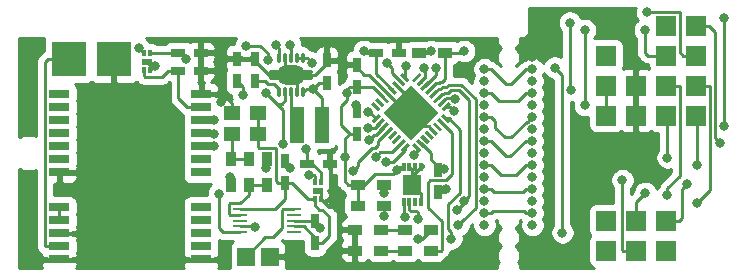
<source format=gbr>
G04 #@! TF.GenerationSoftware,KiCad,Pcbnew,(5.1.5)-3*
G04 #@! TF.CreationDate,2020-02-17T19:32:57-05:00*
G04 #@! TF.ProjectId,PicoTrackerWSPR1Rev6,5069636f-5472-4616-936b-657257535052,rev?*
G04 #@! TF.SameCoordinates,Original*
G04 #@! TF.FileFunction,Copper,L1,Top*
G04 #@! TF.FilePolarity,Positive*
%FSLAX46Y46*%
G04 Gerber Fmt 4.6, Leading zero omitted, Abs format (unit mm)*
G04 Created by KiCad (PCBNEW (5.1.5)-3) date 2020-02-17 19:32:57*
%MOMM*%
%LPD*%
G04 APERTURE LIST*
%ADD10R,1.700000X1.700000*%
%ADD11R,0.750000X1.200000*%
%ADD12R,1.200000X0.750000*%
%ADD13R,3.000000X3.000000*%
%ADD14R,1.500000X1.500000*%
%ADD15R,1.200000X0.900000*%
%ADD16R,1.550000X1.750000*%
%ADD17R,0.300000X0.800000*%
%ADD18R,1.143000X3.048000*%
%ADD19R,1.798320X0.797560*%
%ADD20R,1.300000X0.248920*%
%ADD21R,0.900000X1.200000*%
%ADD22O,0.279400X0.848360*%
%ADD23O,2.397760X1.648460*%
%ADD24O,3.799840X0.279400*%
%ADD25R,1.397000X1.193800*%
%ADD26R,0.300000X0.550000*%
%ADD27R,0.860000X0.500000*%
%ADD28C,0.100000*%
%ADD29C,0.800000*%
%ADD30C,0.250000*%
%ADD31C,0.254000*%
G04 APERTURE END LIST*
D10*
X127571500Y-85217000D03*
X127571500Y-87757000D03*
X127571500Y-73787000D03*
X127571500Y-76327000D03*
X127571500Y-71247000D03*
D11*
X106489500Y-72009000D03*
X106489500Y-73909000D03*
X103949500Y-71633000D03*
X103949500Y-73533000D03*
X97853500Y-73401000D03*
X97853500Y-71501000D03*
X96329500Y-71501000D03*
X96329500Y-73401000D03*
D12*
X91381500Y-72517000D03*
X93281500Y-72517000D03*
X91381500Y-70993000D03*
X93281500Y-70993000D03*
D11*
X100393500Y-80137000D03*
X100393500Y-82037000D03*
D12*
X104203500Y-80391000D03*
X102303500Y-80391000D03*
D11*
X106489500Y-75951000D03*
X106489500Y-77851000D03*
X102933500Y-85217000D03*
X102933500Y-87117000D03*
D12*
X108140500Y-70993000D03*
X110040500Y-70993000D03*
D11*
X113347500Y-82799000D03*
X113347500Y-80899000D03*
D10*
X130111500Y-76327000D03*
X132651500Y-71247000D03*
X135191500Y-71247000D03*
X132651500Y-73787000D03*
X135191500Y-73787000D03*
X132651500Y-85217000D03*
X130111500Y-85217000D03*
X132651500Y-87757000D03*
X130111500Y-87757000D03*
X135191500Y-76327000D03*
X132651500Y-76327000D03*
X132651500Y-68707000D03*
X135191500Y-68707000D03*
D13*
X85915500Y-71501000D03*
X82105500Y-71501000D03*
D14*
X99123500Y-88265000D03*
X97091500Y-88265000D03*
D10*
X130111500Y-73787000D03*
D15*
X108521500Y-85979000D03*
X106321500Y-85979000D03*
X106321500Y-87757000D03*
X108521500Y-87757000D03*
D16*
X111188500Y-82169000D03*
D17*
X110438500Y-80669000D03*
X110938500Y-80669000D03*
X111438500Y-80669000D03*
X111938500Y-80669000D03*
X111938500Y-83669000D03*
X111438500Y-83669000D03*
X110938500Y-83669000D03*
X110438500Y-83669000D03*
D18*
X101409500Y-77089000D03*
X103568500Y-77089000D03*
D19*
X81295240Y-74515980D03*
X81295240Y-75615800D03*
X81295240Y-76715620D03*
X81295240Y-77815440D03*
X81295240Y-78915260D03*
X81295240Y-80015080D03*
X81295240Y-81117440D03*
X81295240Y-84114640D03*
X81295240Y-85214460D03*
X81295240Y-86314280D03*
X81295240Y-87414100D03*
X81295240Y-88513920D03*
X93291660Y-88513920D03*
X93291660Y-87414100D03*
X93291660Y-86314280D03*
X93291660Y-85214460D03*
X93291660Y-84114640D03*
X93291660Y-81117440D03*
X93291660Y-80015080D03*
X93291660Y-78915260D03*
X93291660Y-77815440D03*
X93291660Y-76715620D03*
X93291660Y-75615800D03*
X93291660Y-74515980D03*
D20*
X96619500Y-84218780D03*
X96619500Y-84719160D03*
X96619500Y-85217000D03*
X96619500Y-85714840D03*
X96619500Y-86215220D03*
X101119500Y-86215220D03*
X101119500Y-85714840D03*
X101119500Y-85217000D03*
X101119500Y-84719160D03*
X101119500Y-84218780D03*
D15*
X112753500Y-85979000D03*
X110553500Y-85979000D03*
X110553500Y-87757000D03*
X112753500Y-87757000D03*
X111782500Y-70993000D03*
X113982500Y-70993000D03*
X108775500Y-82169000D03*
X106575500Y-82169000D03*
X106575500Y-83947000D03*
X108775500Y-83947000D03*
D21*
X95821500Y-79969000D03*
X95821500Y-82169000D03*
X97345500Y-79969000D03*
X97345500Y-82169000D03*
X98869500Y-79969000D03*
X98869500Y-82169000D03*
D22*
X99903280Y-74371200D03*
X100403660Y-74371200D03*
X100901500Y-74371200D03*
X101399340Y-74371200D03*
X101899720Y-74371200D03*
X101899720Y-71424800D03*
X101399340Y-71424800D03*
X100901500Y-71424800D03*
X100403660Y-71424800D03*
X99903280Y-71424800D03*
D23*
X100901500Y-72898000D03*
D24*
X100901500Y-72623680D03*
X100901500Y-73172320D03*
D25*
X98107500Y-76149200D03*
X95897700Y-76149200D03*
X95897700Y-77851000D03*
X98107500Y-77851000D03*
D26*
X88459500Y-72480000D03*
X88959500Y-72480000D03*
X88959500Y-71030000D03*
X88459500Y-71030000D03*
D27*
X88709500Y-71755000D03*
X103187500Y-82677000D03*
D26*
X102937500Y-81952000D03*
X103437500Y-81952000D03*
X103437500Y-83402000D03*
X102937500Y-83402000D03*
G04 #@! TA.AperFunction,SMDPad,CuDef*
D28*
G36*
X108763403Y-76073000D02*
G01*
X111061500Y-73774903D01*
X113359597Y-76073000D01*
X111061500Y-78371097D01*
X108763403Y-76073000D01*
G37*
G04 #@! TD.AperFunction*
G04 #@! TA.AperFunction,SMDPad,CuDef*
G36*
X111149889Y-73297606D02*
G01*
X111750929Y-72696566D01*
X111963061Y-72908698D01*
X111362021Y-73509738D01*
X111149889Y-73297606D01*
G37*
G04 #@! TD.AperFunction*
G04 #@! TA.AperFunction,SMDPad,CuDef*
G36*
X111503442Y-73651159D02*
G01*
X112104482Y-73050119D01*
X112316614Y-73262251D01*
X111715574Y-73863291D01*
X111503442Y-73651159D01*
G37*
G04 #@! TD.AperFunction*
G04 #@! TA.AperFunction,SMDPad,CuDef*
G36*
X111856996Y-74004712D02*
G01*
X112458036Y-73403672D01*
X112670168Y-73615804D01*
X112069128Y-74216844D01*
X111856996Y-74004712D01*
G37*
G04 #@! TD.AperFunction*
G04 #@! TA.AperFunction,SMDPad,CuDef*
G36*
X112210549Y-74358266D02*
G01*
X112811589Y-73757226D01*
X113023721Y-73969358D01*
X112422681Y-74570398D01*
X112210549Y-74358266D01*
G37*
G04 #@! TD.AperFunction*
G04 #@! TA.AperFunction,SMDPad,CuDef*
G36*
X112564102Y-74711819D02*
G01*
X113165142Y-74110779D01*
X113377274Y-74322911D01*
X112776234Y-74923951D01*
X112564102Y-74711819D01*
G37*
G04 #@! TD.AperFunction*
G04 #@! TA.AperFunction,SMDPad,CuDef*
G36*
X112917656Y-75065372D02*
G01*
X113518696Y-74464332D01*
X113730828Y-74676464D01*
X113129788Y-75277504D01*
X112917656Y-75065372D01*
G37*
G04 #@! TD.AperFunction*
G04 #@! TA.AperFunction,SMDPad,CuDef*
G36*
X113271209Y-75418926D02*
G01*
X113872249Y-74817886D01*
X114084381Y-75030018D01*
X113483341Y-75631058D01*
X113271209Y-75418926D01*
G37*
G04 #@! TD.AperFunction*
G04 #@! TA.AperFunction,SMDPad,CuDef*
G36*
X113624762Y-75772479D02*
G01*
X114225802Y-75171439D01*
X114437934Y-75383571D01*
X113836894Y-75984611D01*
X113624762Y-75772479D01*
G37*
G04 #@! TD.AperFunction*
G04 #@! TA.AperFunction,SMDPad,CuDef*
G36*
X114225802Y-76974561D02*
G01*
X113624762Y-76373521D01*
X113836894Y-76161389D01*
X114437934Y-76762429D01*
X114225802Y-76974561D01*
G37*
G04 #@! TD.AperFunction*
G04 #@! TA.AperFunction,SMDPad,CuDef*
G36*
X113872249Y-77328114D02*
G01*
X113271209Y-76727074D01*
X113483341Y-76514942D01*
X114084381Y-77115982D01*
X113872249Y-77328114D01*
G37*
G04 #@! TD.AperFunction*
G04 #@! TA.AperFunction,SMDPad,CuDef*
G36*
X113518696Y-77681668D02*
G01*
X112917656Y-77080628D01*
X113129788Y-76868496D01*
X113730828Y-77469536D01*
X113518696Y-77681668D01*
G37*
G04 #@! TD.AperFunction*
G04 #@! TA.AperFunction,SMDPad,CuDef*
G36*
X113165142Y-78035221D02*
G01*
X112564102Y-77434181D01*
X112776234Y-77222049D01*
X113377274Y-77823089D01*
X113165142Y-78035221D01*
G37*
G04 #@! TD.AperFunction*
G04 #@! TA.AperFunction,SMDPad,CuDef*
G36*
X112811589Y-78388774D02*
G01*
X112210549Y-77787734D01*
X112422681Y-77575602D01*
X113023721Y-78176642D01*
X112811589Y-78388774D01*
G37*
G04 #@! TD.AperFunction*
G04 #@! TA.AperFunction,SMDPad,CuDef*
G36*
X112458036Y-78742328D02*
G01*
X111856996Y-78141288D01*
X112069128Y-77929156D01*
X112670168Y-78530196D01*
X112458036Y-78742328D01*
G37*
G04 #@! TD.AperFunction*
G04 #@! TA.AperFunction,SMDPad,CuDef*
G36*
X112104482Y-79095881D02*
G01*
X111503442Y-78494841D01*
X111715574Y-78282709D01*
X112316614Y-78883749D01*
X112104482Y-79095881D01*
G37*
G04 #@! TD.AperFunction*
G04 #@! TA.AperFunction,SMDPad,CuDef*
G36*
X111750929Y-79449434D02*
G01*
X111149889Y-78848394D01*
X111362021Y-78636262D01*
X111963061Y-79237302D01*
X111750929Y-79449434D01*
G37*
G04 #@! TD.AperFunction*
G04 #@! TA.AperFunction,SMDPad,CuDef*
G36*
X110159939Y-79237302D02*
G01*
X110760979Y-78636262D01*
X110973111Y-78848394D01*
X110372071Y-79449434D01*
X110159939Y-79237302D01*
G37*
G04 #@! TD.AperFunction*
G04 #@! TA.AperFunction,SMDPad,CuDef*
G36*
X109806386Y-78883749D02*
G01*
X110407426Y-78282709D01*
X110619558Y-78494841D01*
X110018518Y-79095881D01*
X109806386Y-78883749D01*
G37*
G04 #@! TD.AperFunction*
G04 #@! TA.AperFunction,SMDPad,CuDef*
G36*
X109452832Y-78530196D02*
G01*
X110053872Y-77929156D01*
X110266004Y-78141288D01*
X109664964Y-78742328D01*
X109452832Y-78530196D01*
G37*
G04 #@! TD.AperFunction*
G04 #@! TA.AperFunction,SMDPad,CuDef*
G36*
X109099279Y-78176642D02*
G01*
X109700319Y-77575602D01*
X109912451Y-77787734D01*
X109311411Y-78388774D01*
X109099279Y-78176642D01*
G37*
G04 #@! TD.AperFunction*
G04 #@! TA.AperFunction,SMDPad,CuDef*
G36*
X108745726Y-77823089D02*
G01*
X109346766Y-77222049D01*
X109558898Y-77434181D01*
X108957858Y-78035221D01*
X108745726Y-77823089D01*
G37*
G04 #@! TD.AperFunction*
G04 #@! TA.AperFunction,SMDPad,CuDef*
G36*
X108392172Y-77469536D02*
G01*
X108993212Y-76868496D01*
X109205344Y-77080628D01*
X108604304Y-77681668D01*
X108392172Y-77469536D01*
G37*
G04 #@! TD.AperFunction*
G04 #@! TA.AperFunction,SMDPad,CuDef*
G36*
X108038619Y-77115982D02*
G01*
X108639659Y-76514942D01*
X108851791Y-76727074D01*
X108250751Y-77328114D01*
X108038619Y-77115982D01*
G37*
G04 #@! TD.AperFunction*
G04 #@! TA.AperFunction,SMDPad,CuDef*
G36*
X107685066Y-76762429D02*
G01*
X108286106Y-76161389D01*
X108498238Y-76373521D01*
X107897198Y-76974561D01*
X107685066Y-76762429D01*
G37*
G04 #@! TD.AperFunction*
G04 #@! TA.AperFunction,SMDPad,CuDef*
G36*
X108286106Y-75984611D02*
G01*
X107685066Y-75383571D01*
X107897198Y-75171439D01*
X108498238Y-75772479D01*
X108286106Y-75984611D01*
G37*
G04 #@! TD.AperFunction*
G04 #@! TA.AperFunction,SMDPad,CuDef*
G36*
X108639659Y-75631058D02*
G01*
X108038619Y-75030018D01*
X108250751Y-74817886D01*
X108851791Y-75418926D01*
X108639659Y-75631058D01*
G37*
G04 #@! TD.AperFunction*
G04 #@! TA.AperFunction,SMDPad,CuDef*
G36*
X108993212Y-75277504D02*
G01*
X108392172Y-74676464D01*
X108604304Y-74464332D01*
X109205344Y-75065372D01*
X108993212Y-75277504D01*
G37*
G04 #@! TD.AperFunction*
G04 #@! TA.AperFunction,SMDPad,CuDef*
G36*
X109346766Y-74923951D02*
G01*
X108745726Y-74322911D01*
X108957858Y-74110779D01*
X109558898Y-74711819D01*
X109346766Y-74923951D01*
G37*
G04 #@! TD.AperFunction*
G04 #@! TA.AperFunction,SMDPad,CuDef*
G36*
X109700319Y-74570398D02*
G01*
X109099279Y-73969358D01*
X109311411Y-73757226D01*
X109912451Y-74358266D01*
X109700319Y-74570398D01*
G37*
G04 #@! TD.AperFunction*
G04 #@! TA.AperFunction,SMDPad,CuDef*
G36*
X110053872Y-74216844D02*
G01*
X109452832Y-73615804D01*
X109664964Y-73403672D01*
X110266004Y-74004712D01*
X110053872Y-74216844D01*
G37*
G04 #@! TD.AperFunction*
G04 #@! TA.AperFunction,SMDPad,CuDef*
G36*
X110407426Y-73863291D02*
G01*
X109806386Y-73262251D01*
X110018518Y-73050119D01*
X110619558Y-73651159D01*
X110407426Y-73863291D01*
G37*
G04 #@! TD.AperFunction*
G04 #@! TA.AperFunction,SMDPad,CuDef*
G36*
X110760979Y-73509738D02*
G01*
X110159939Y-72908698D01*
X110372071Y-72696566D01*
X110973111Y-73297606D01*
X110760979Y-73509738D01*
G37*
G04 #@! TD.AperFunction*
D29*
X106426000Y-75438000D03*
X110998000Y-75692000D03*
X101092000Y-87376000D03*
X121348500Y-71374000D03*
X117284500Y-71120000D03*
X86868000Y-74676000D03*
X78740000Y-76962000D03*
X78740000Y-82042000D03*
X89408000Y-72136000D03*
X98806000Y-80772000D03*
X95758000Y-81534000D03*
X100838000Y-80772000D03*
X104902000Y-84074000D03*
X103378000Y-85852000D03*
X104394000Y-87884000D03*
X95504000Y-88392000D03*
X111188500Y-82169000D03*
X114046000Y-82550000D03*
X94996000Y-75184000D03*
X102191674Y-79174799D03*
X96837500Y-74549000D03*
X92027872Y-71543793D03*
X105450095Y-79846010D03*
X109918500Y-80899000D03*
X113850844Y-80894336D03*
X100244667Y-78702273D03*
X112731107Y-70860635D03*
X117279840Y-73410660D03*
X121348500Y-73406000D03*
X98806000Y-74422008D03*
X105664000Y-74422000D03*
X107082608Y-70850034D03*
X99631500Y-70358000D03*
X102806500Y-74041000D03*
X102679500Y-71845010D03*
X117279840Y-76458660D03*
X121348500Y-76454000D03*
X113202962Y-72299990D03*
X117279840Y-75442660D03*
X121348500Y-75438000D03*
X125793500Y-75438000D03*
X130873500Y-69088000D03*
X125793500Y-69088000D03*
X112202949Y-72299990D03*
X117279840Y-74426660D03*
X121348500Y-74422000D03*
X124523500Y-68453000D03*
X124613510Y-74168000D03*
X131064000Y-67563998D03*
X108775500Y-82896980D03*
X110536956Y-84926941D03*
X94794653Y-82934109D03*
X117279844Y-84577336D03*
X121348488Y-84582000D03*
X132778500Y-83058000D03*
X114959249Y-84357932D03*
X115570000Y-83566000D03*
X108775500Y-84836000D03*
X111655107Y-85096047D03*
X97853500Y-85725000D03*
X117284500Y-85598000D03*
X121348500Y-85598000D03*
X135318500Y-83693000D03*
X115088510Y-85603906D03*
X117279840Y-82545340D03*
X121348500Y-82550000D03*
X134402476Y-82141976D03*
X108966000Y-80264000D03*
X111331290Y-79668998D03*
X117284500Y-83566000D03*
X121348500Y-83566000D03*
X130903779Y-82866986D03*
X117284500Y-72390000D03*
X121348500Y-72390000D03*
X123253500Y-72263000D03*
X123888500Y-86233000D03*
X115570000Y-70866000D03*
X117284500Y-81534000D03*
X121348500Y-81534000D03*
X128968500Y-81788000D03*
X108069909Y-79820102D03*
X94424500Y-78867000D03*
X107542381Y-78398136D03*
X117284500Y-80518000D03*
X121348500Y-80518000D03*
X135318500Y-80518000D03*
X94424500Y-77851000D03*
X107468658Y-77397923D03*
X117284500Y-79502000D03*
X121348500Y-79502000D03*
X132778500Y-79883000D03*
X114795448Y-74892555D03*
X117284500Y-77470000D03*
X121348500Y-77470000D03*
X137541527Y-77212068D03*
X137541527Y-68072000D03*
X114744500Y-75946000D03*
X117284500Y-78486000D03*
X121348500Y-78486000D03*
X137223500Y-78613000D03*
X94424500Y-76708000D03*
X107464512Y-76021664D03*
X114490500Y-86741000D03*
X111696500Y-86741000D03*
X109050286Y-71881855D03*
X100838000Y-70358000D03*
X88015502Y-70612000D03*
X110653961Y-72173747D03*
X98937522Y-71628000D03*
X97083591Y-70435916D03*
X102425500Y-81366052D03*
X106172000Y-81026000D03*
D30*
X111188500Y-80919000D02*
X110938500Y-80669000D01*
X111188500Y-80919000D02*
X111438500Y-80669000D01*
X111188500Y-82169000D02*
X111188500Y-80919000D01*
X111188500Y-81419000D02*
X111938500Y-80669000D01*
X111188500Y-82169000D02*
X111188500Y-81419000D01*
X100403660Y-72400160D02*
X100403660Y-71424800D01*
X100901500Y-72898000D02*
X100403660Y-72400160D01*
X101399340Y-73395840D02*
X101399340Y-74371200D01*
X100901500Y-72898000D02*
X101399340Y-73395840D01*
X103949500Y-71858000D02*
X103949500Y-71633000D01*
X102909500Y-72898000D02*
X103949500Y-71858000D01*
X100901500Y-72898000D02*
X102909500Y-72898000D01*
X97853500Y-71726000D02*
X97853500Y-71501000D01*
X99025500Y-72898000D02*
X97853500Y-71726000D01*
X100901500Y-72898000D02*
X99025500Y-72898000D01*
X97853500Y-71501000D02*
X96329500Y-71501000D01*
X111938500Y-82919000D02*
X111938500Y-83669000D01*
X89090500Y-72136000D02*
X88709500Y-71755000D01*
X89408000Y-72136000D02*
X89090500Y-72136000D01*
X89303500Y-72136000D02*
X88959500Y-72480000D01*
X89408000Y-72136000D02*
X89303500Y-72136000D01*
X94440820Y-74515980D02*
X93291660Y-74515980D01*
X95111380Y-74515980D02*
X94440820Y-74515980D01*
X95897700Y-75302300D02*
X95111380Y-74515980D01*
X95897700Y-76149200D02*
X95897700Y-75302300D01*
X95821500Y-81597500D02*
X95758000Y-81534000D01*
X95821500Y-82169000D02*
X95821500Y-81597500D01*
X98806000Y-80032500D02*
X98869500Y-79969000D01*
X98806000Y-80772000D02*
X98806000Y-80032500D01*
X100838000Y-80581500D02*
X100393500Y-80137000D01*
X100838000Y-80772000D02*
X100838000Y-80581500D01*
X104109500Y-84074000D02*
X103437500Y-83402000D01*
X104902000Y-84074000D02*
X104109500Y-84074000D01*
X103437500Y-82927000D02*
X103187500Y-82677000D01*
X103437500Y-83402000D02*
X103437500Y-82927000D01*
X103378000Y-85661500D02*
X102933500Y-85217000D01*
X103378000Y-85852000D02*
X103378000Y-85661500D01*
X101119500Y-85217000D02*
X102933500Y-85217000D01*
X106489500Y-72234000D02*
X106489500Y-72009000D01*
X107114500Y-72859000D02*
X106489500Y-72234000D01*
X107493947Y-72859000D02*
X107114500Y-72859000D01*
X109152312Y-74517365D02*
X107493947Y-72859000D01*
X110326947Y-75692000D02*
X110998000Y-75692000D01*
X109152312Y-74517365D02*
X110326947Y-75692000D01*
X110998000Y-74948840D02*
X109859418Y-73810258D01*
X110998000Y-75692000D02*
X110998000Y-74948840D01*
X112564101Y-77222048D02*
X112970688Y-77628635D01*
X112210548Y-77222048D02*
X112564101Y-77222048D01*
X111061500Y-76073000D02*
X112210548Y-77222048D01*
X111188500Y-82169000D02*
X111938500Y-82919000D01*
X113797000Y-82799000D02*
X114046000Y-82550000D01*
X113347500Y-82799000D02*
X113797000Y-82799000D01*
X88996500Y-70993000D02*
X88959500Y-71030000D01*
X91381500Y-70993000D02*
X88996500Y-70993000D01*
X102303500Y-80391000D02*
X102303500Y-79286625D01*
X102303500Y-79286625D02*
X102191674Y-79174799D01*
X96329500Y-73401000D02*
X96334500Y-73401000D01*
X96837500Y-73904000D02*
X96837500Y-74549000D01*
X96334500Y-73401000D02*
X96837500Y-73904000D01*
X91381500Y-70993000D02*
X91477079Y-70993000D01*
X91477079Y-70993000D02*
X92027872Y-71543793D01*
X106575500Y-83947000D02*
X106575500Y-82169000D01*
X107836840Y-73909000D02*
X106489500Y-73909000D01*
X108798758Y-74870918D02*
X107836840Y-73909000D01*
X106489500Y-77851000D02*
X105864500Y-77851000D01*
X105864500Y-77851000D02*
X105450095Y-78265405D01*
X105450095Y-78265405D02*
X105450095Y-79280325D01*
X110438500Y-80669000D02*
X110438500Y-80530000D01*
X108140500Y-72798447D02*
X108140500Y-70993000D01*
X109505865Y-74163812D02*
X108140500Y-72798447D01*
X103437500Y-81952000D02*
X103437500Y-81123999D01*
X102704501Y-80391000D02*
X102303500Y-80391000D01*
X103437500Y-81123999D02*
X102704501Y-80391000D01*
X110438500Y-80669000D02*
X110148500Y-80669000D01*
X110148500Y-80669000D02*
X109918500Y-80899000D01*
X113846180Y-80899000D02*
X113850844Y-80894336D01*
X113347500Y-80899000D02*
X113846180Y-80899000D01*
X112722500Y-80049000D02*
X112722500Y-79501767D01*
X112722500Y-79501767D02*
X111910028Y-78689295D01*
X113347500Y-80899000D02*
X113347500Y-80674000D01*
X113347500Y-80674000D02*
X112722500Y-80049000D01*
X111782500Y-70993000D02*
X112632500Y-70993000D01*
X112632500Y-70993000D02*
X112731107Y-70894393D01*
X112731107Y-70894393D02*
X112731107Y-70860635D01*
X105450095Y-79280325D02*
X105450095Y-79846010D01*
X99205999Y-74822007D02*
X98806000Y-74422008D01*
X100403660Y-75045380D02*
X100119041Y-75329999D01*
X100244667Y-78702273D02*
X100244667Y-75860675D01*
X100403660Y-74371200D02*
X100403660Y-75045380D01*
X100119041Y-75329999D02*
X99713991Y-75329999D01*
X100244667Y-75860675D02*
X98806000Y-74422008D01*
X99713991Y-75329999D02*
X99205999Y-74822007D01*
X106489500Y-73909000D02*
X105864500Y-73909000D01*
X105864500Y-73909000D02*
X105664000Y-74109500D01*
X105664000Y-74109500D02*
X105664000Y-74422000D01*
X107118002Y-82169000D02*
X106575500Y-82169000D01*
X107988003Y-81298999D02*
X107118002Y-82169000D01*
X109918500Y-80899000D02*
X109518501Y-81298999D01*
X109518501Y-81298999D02*
X107988003Y-81298999D01*
X105446998Y-81890498D02*
X105446998Y-80414792D01*
X106575500Y-82169000D02*
X105725500Y-82169000D01*
X105725500Y-82169000D02*
X105446998Y-81890498D01*
X105450095Y-80411695D02*
X105450095Y-79846010D01*
X105446998Y-80414792D02*
X105450095Y-80411695D01*
X108140500Y-70993000D02*
X107225574Y-70993000D01*
X107225574Y-70993000D02*
X107082608Y-70850034D01*
X99903280Y-70629780D02*
X99631500Y-70358000D01*
X99903280Y-71424800D02*
X99903280Y-70629780D01*
X105664000Y-74987685D02*
X105664000Y-74422000D01*
X105156000Y-75495685D02*
X105664000Y-74987685D01*
X105864500Y-77851000D02*
X105156000Y-77142500D01*
X105156000Y-77142500D02*
X105156000Y-75495685D01*
X101399340Y-71424800D02*
X101899720Y-71424800D01*
X103949500Y-73533000D02*
X103314500Y-73533000D01*
X103314500Y-73533000D02*
X102806500Y-74041000D01*
X102229920Y-74041000D02*
X101899720Y-74371200D01*
X102806500Y-74041000D02*
X102229920Y-74041000D01*
X103568500Y-74803000D02*
X102806500Y-74041000D01*
X103568500Y-77089000D02*
X103568500Y-74803000D01*
X102289420Y-71424800D02*
X102679500Y-71814880D01*
X101899720Y-71424800D02*
X102289420Y-71424800D01*
X102679500Y-71814880D02*
X102679500Y-71845010D01*
X117845525Y-76458660D02*
X118189837Y-76802972D01*
X118189837Y-77359337D02*
X119003363Y-78172863D01*
X119571952Y-78172863D02*
X120890816Y-76853999D01*
X118189837Y-76802972D02*
X118189837Y-77359337D01*
X117279840Y-76458660D02*
X117845525Y-76458660D01*
X120890816Y-76853999D02*
X120948501Y-76853999D01*
X119003363Y-78172863D02*
X119571952Y-78172863D01*
X120948501Y-76853999D02*
X121348500Y-76454000D01*
X127571500Y-74887000D02*
X127571500Y-76327000D01*
X127571500Y-73787000D02*
X127571500Y-74887000D01*
X98478500Y-73401000D02*
X97853500Y-73401000D01*
X99453590Y-73637030D02*
X98948791Y-73637030D01*
X99903280Y-74086720D02*
X99453590Y-73637030D01*
X99903280Y-74371200D02*
X99903280Y-74086720D01*
X98948791Y-73637030D02*
X98712761Y-73401000D01*
X98712761Y-73401000D02*
X98478500Y-73401000D01*
X88534501Y-73080001D02*
X88459500Y-73005000D01*
X90531500Y-72517000D02*
X89968499Y-73080001D01*
X88459500Y-73005000D02*
X88459500Y-72480000D01*
X89968499Y-73080001D02*
X88534501Y-73080001D01*
X91381500Y-72517000D02*
X90531500Y-72517000D01*
X91381500Y-73142000D02*
X91381500Y-72517000D01*
X92142500Y-75615800D02*
X91381500Y-74854800D01*
X93291660Y-75615800D02*
X92142500Y-75615800D01*
X91381500Y-74854800D02*
X91381500Y-73142000D01*
X98107500Y-76149200D02*
X98107500Y-77851000D01*
X99644501Y-81913001D02*
X99768500Y-82037000D01*
X99644501Y-79108999D02*
X99644501Y-81913001D01*
X98159499Y-79043999D02*
X99579501Y-79043999D01*
X98107500Y-77851000D02*
X98107500Y-78992000D01*
X98107500Y-78992000D02*
X98159499Y-79043999D01*
X99579501Y-79043999D02*
X99644501Y-79108999D01*
X99768500Y-82037000D02*
X100393500Y-82037000D01*
X102537500Y-83402000D02*
X102937500Y-83402000D01*
X101018500Y-82037000D02*
X102383500Y-83402000D01*
X100393500Y-82037000D02*
X101018500Y-82037000D01*
X101978582Y-85714840D02*
X101119500Y-85714840D01*
X102933500Y-87117000D02*
X102933500Y-86669758D01*
X102933500Y-86669758D02*
X101978582Y-85714840D01*
X99583090Y-84218780D02*
X97519500Y-84218780D01*
X100393500Y-83408370D02*
X99583090Y-84218780D01*
X100393500Y-82037000D02*
X100393500Y-83408370D01*
X97519500Y-84218780D02*
X96619500Y-84218780D01*
X102383500Y-83402000D02*
X102537500Y-83402000D01*
X103558500Y-87117000D02*
X102933500Y-87117000D01*
X103302499Y-84291999D02*
X103568501Y-84291999D01*
X104140000Y-86535500D02*
X103558500Y-87117000D01*
X102937500Y-83927000D02*
X103302499Y-84291999D01*
X102937500Y-83402000D02*
X102937500Y-83927000D01*
X103568501Y-84291999D02*
X104140000Y-84863498D01*
X104140000Y-84863498D02*
X104140000Y-86535500D01*
X112263582Y-73810258D02*
X113202962Y-72870878D01*
X113202962Y-72865675D02*
X113202962Y-72299990D01*
X113202962Y-72870878D02*
X113202962Y-72865675D01*
X130873500Y-69088000D02*
X130873500Y-70993000D01*
X131127500Y-71247000D02*
X132651500Y-71247000D01*
X130873500Y-70993000D02*
X131127500Y-71247000D01*
X125793500Y-75438000D02*
X125793500Y-69088000D01*
X112288071Y-72385112D02*
X112202949Y-72299990D01*
X111910028Y-73456705D02*
X112288071Y-73078662D01*
X112288071Y-73078662D02*
X112288071Y-72385112D01*
X117279840Y-74426660D02*
X117845525Y-74426660D01*
X117845525Y-74426660D02*
X118508864Y-75089999D01*
X118508864Y-75089999D02*
X120114816Y-75089999D01*
X120114816Y-75089999D02*
X120782815Y-74422000D01*
X120782815Y-74422000D02*
X121348500Y-74422000D01*
X124523500Y-74077990D02*
X124613510Y-74168000D01*
X124523500Y-68453000D02*
X124523500Y-74077990D01*
X131064002Y-67564000D02*
X131064000Y-67563998D01*
X131509498Y-67564000D02*
X131064002Y-67564000D01*
X131541499Y-67531999D02*
X131509498Y-67564000D01*
X134091500Y-71247000D02*
X133826501Y-70982001D01*
X135191500Y-71247000D02*
X134091500Y-71247000D01*
X133826501Y-70982001D02*
X133826501Y-67596999D01*
X133761501Y-67531999D02*
X131541499Y-67531999D01*
X133826501Y-67596999D02*
X133761501Y-67531999D01*
X108775500Y-82169000D02*
X108775500Y-82896980D01*
X110438500Y-83669000D02*
X110438500Y-84828485D01*
X110438500Y-84828485D02*
X110536956Y-84926941D01*
X96619500Y-86215220D02*
X95168720Y-86215220D01*
X94794653Y-83499794D02*
X94794653Y-82934109D01*
X95168720Y-86215220D02*
X94794653Y-85841153D01*
X117279844Y-84577336D02*
X117845529Y-84577336D01*
X117845529Y-84577336D02*
X118027560Y-84395305D01*
X118027560Y-84395305D02*
X120596108Y-84395305D01*
X120596108Y-84395305D02*
X120782803Y-84582000D01*
X120782803Y-84582000D02*
X121348488Y-84582000D01*
X94794653Y-85841153D02*
X94794653Y-83499794D01*
X133826501Y-73862001D02*
X133751500Y-73787000D01*
X133751500Y-73787000D02*
X132651500Y-73787000D01*
X132778500Y-82492315D02*
X133826501Y-81444314D01*
X133826501Y-81444314D02*
X133826501Y-73862001D01*
X132778500Y-83058000D02*
X132778500Y-82492315D01*
X114218581Y-74396418D02*
X114447446Y-74167553D01*
X115143450Y-74167553D02*
X115969999Y-74994102D01*
X114447446Y-74167553D02*
X115143450Y-74167553D01*
X113808320Y-74492876D02*
X113904778Y-74396418D01*
X114959249Y-84357932D02*
X115570000Y-83747181D01*
X113702284Y-74492876D02*
X113808320Y-74492876D01*
X115969999Y-83166001D02*
X115570000Y-83566000D01*
X113904778Y-74396418D02*
X114218581Y-74396418D01*
X113324242Y-74870918D02*
X113702284Y-74492876D01*
X115969999Y-74994102D02*
X115969999Y-83166001D01*
X115570000Y-83747181D02*
X115570000Y-83566000D01*
X108775500Y-83947000D02*
X108775500Y-84836000D01*
X110938500Y-84304002D02*
X111028499Y-84394001D01*
X111655107Y-84530362D02*
X111655107Y-85096047D01*
X111518746Y-84394001D02*
X111655107Y-84530362D01*
X111028499Y-84394001D02*
X111518746Y-84394001D01*
X110938500Y-83669000D02*
X110938500Y-84304002D01*
X97843340Y-85714840D02*
X97853500Y-85725000D01*
X96619500Y-85714840D02*
X97843340Y-85714840D01*
X136291500Y-73787000D02*
X135191500Y-73787000D01*
X136366501Y-82644999D02*
X136366501Y-73862001D01*
X136366501Y-73862001D02*
X136291500Y-73787000D01*
X135318500Y-83693000D02*
X136366501Y-82644999D01*
X114032181Y-73946407D02*
X114261046Y-73717542D01*
X113445188Y-74042865D02*
X113621920Y-74042865D01*
X112970688Y-74517365D02*
X113445188Y-74042865D01*
X113718378Y-73946407D02*
X114032181Y-73946407D01*
X113621920Y-74042865D02*
X113718378Y-73946407D01*
X114261046Y-73717542D02*
X115329850Y-73717542D01*
X115329850Y-73717542D02*
X116554839Y-74942531D01*
X116554839Y-74942531D02*
X116554839Y-84137577D01*
X116554839Y-84137577D02*
X115488509Y-85203907D01*
X115488509Y-85203907D02*
X115088510Y-85603906D01*
X110566525Y-79042848D02*
X110566525Y-79107975D01*
X117279840Y-82545340D02*
X117845525Y-82545340D01*
X117845525Y-82545340D02*
X118095657Y-82795472D01*
X118095657Y-82795472D02*
X120537343Y-82795472D01*
X120537343Y-82795472D02*
X120782815Y-82550000D01*
X120782815Y-82550000D02*
X121348500Y-82550000D01*
X133751500Y-85217000D02*
X132651500Y-85217000D01*
X134002477Y-84966023D02*
X133751500Y-85217000D01*
X134002477Y-82541975D02*
X134002477Y-84966023D01*
X134402476Y-82141976D02*
X134002477Y-82541975D01*
X110566525Y-79254980D02*
X109557505Y-80264000D01*
X109557505Y-80264000D02*
X108966000Y-80264000D01*
X110566525Y-79042848D02*
X110566525Y-79254980D01*
X111556475Y-79042848D02*
X111556475Y-79443813D01*
X111556475Y-79443813D02*
X111331290Y-79668998D01*
X130111500Y-83659265D02*
X130903779Y-82866986D01*
X130111500Y-85217000D02*
X130111500Y-83659265D01*
X113435520Y-73592854D02*
X113531978Y-73496396D01*
X113982500Y-71693000D02*
X113982500Y-70993000D01*
X112617135Y-74163812D02*
X113188093Y-73592854D01*
X113531978Y-73496396D02*
X113695108Y-73496396D01*
X113695108Y-73496396D02*
X113982500Y-73209004D01*
X113188093Y-73592854D02*
X113435520Y-73592854D01*
X117284500Y-72390000D02*
X117850185Y-72390000D01*
X117850185Y-72390000D02*
X119120185Y-73660000D01*
X119120185Y-73660000D02*
X119512815Y-73660000D01*
X119512815Y-73660000D02*
X120782815Y-72390000D01*
X120782815Y-72390000D02*
X121348500Y-72390000D01*
X113982500Y-73209004D02*
X113982500Y-71693000D01*
X123253500Y-72263000D02*
X123888500Y-72898000D01*
X123888500Y-72898000D02*
X123888500Y-86233000D01*
X115443000Y-70993000D02*
X115570000Y-70866000D01*
X113982500Y-70993000D02*
X115443000Y-70993000D01*
X129011500Y-87757000D02*
X130111500Y-87757000D01*
X128936499Y-87681999D02*
X129011500Y-87757000D01*
X128936499Y-82385686D02*
X128936499Y-87681999D01*
X128968500Y-82353685D02*
X128936499Y-82385686D01*
X128968500Y-81788000D02*
X128968500Y-82353685D01*
X110212972Y-78689295D02*
X109482164Y-79420103D01*
X109482164Y-79420103D02*
X108469908Y-79420103D01*
X108469908Y-79420103D02*
X108069909Y-79820102D01*
X93291660Y-78915260D02*
X94376240Y-78915260D01*
X94376240Y-78915260D02*
X94424500Y-78867000D01*
X108075703Y-77998137D02*
X107942380Y-77998137D01*
X108798758Y-77275082D02*
X108075703Y-77998137D01*
X107942380Y-77998137D02*
X107542381Y-78398136D01*
X117284500Y-80518000D02*
X117850185Y-80518000D01*
X117850185Y-80518000D02*
X118693925Y-81361740D01*
X118693925Y-81361740D02*
X119939075Y-81361740D01*
X119939075Y-81361740D02*
X120782815Y-80518000D01*
X120782815Y-80518000D02*
X121348500Y-80518000D01*
X135318500Y-76454000D02*
X135191500Y-76327000D01*
X135318500Y-80518000D02*
X135318500Y-76454000D01*
X93291660Y-77815440D02*
X94388940Y-77815440D01*
X94388940Y-77815440D02*
X94424500Y-77851000D01*
X107497605Y-77368976D02*
X107468658Y-77397923D01*
X107997757Y-77368976D02*
X107497605Y-77368976D01*
X108445205Y-76921528D02*
X107997757Y-77368976D01*
X132778500Y-76454000D02*
X132651500Y-76327000D01*
X132778500Y-79883000D02*
X132778500Y-76454000D01*
X80071079Y-87339099D02*
X80146080Y-87414100D01*
X80071079Y-71785421D02*
X80071079Y-87339099D01*
X80146080Y-87414100D02*
X81295240Y-87414100D01*
X80355500Y-71501000D02*
X80071079Y-71785421D01*
X82105500Y-71501000D02*
X80355500Y-71501000D01*
X98742500Y-86614000D02*
X97091500Y-88265000D01*
X99377500Y-86614000D02*
X98742500Y-86614000D01*
X101119500Y-84269699D02*
X100209499Y-84269699D01*
X101119500Y-84218780D02*
X101119500Y-84269699D01*
X100209499Y-84269699D02*
X100144499Y-84334699D01*
X100144499Y-84334699D02*
X100144499Y-85847001D01*
X100144499Y-85847001D02*
X99377500Y-86614000D01*
X108521500Y-85979000D02*
X110553500Y-85979000D01*
X108521500Y-87757000D02*
X110553500Y-87757000D01*
X100901500Y-76581000D02*
X101409500Y-77089000D01*
X100901500Y-74371200D02*
X100901500Y-76581000D01*
X81295240Y-85214460D02*
X81295240Y-84114640D01*
X95719500Y-84719160D02*
X96619500Y-84719160D01*
X95644499Y-84644159D02*
X95719500Y-84719160D01*
X95709499Y-83769319D02*
X95644499Y-83834319D01*
X95644499Y-83834319D02*
X95644499Y-84644159D01*
X96595181Y-83769319D02*
X95709499Y-83769319D01*
X97345500Y-83019000D02*
X96595181Y-83769319D01*
X97345500Y-82169000D02*
X97345500Y-83019000D01*
X97345500Y-82169000D02*
X98869500Y-82169000D01*
X95897700Y-79892800D02*
X95821500Y-79969000D01*
X95897700Y-77851000D02*
X95897700Y-79892800D01*
X95821500Y-79969000D02*
X97345500Y-79969000D01*
X114749322Y-74846429D02*
X114795448Y-74892555D01*
X114091178Y-74846429D02*
X114749322Y-74846429D01*
X113677795Y-75224472D02*
X113713135Y-75224472D01*
X113713135Y-75224472D02*
X114091178Y-74846429D01*
X137541527Y-77212068D02*
X137541527Y-68072000D01*
X114031348Y-75578025D02*
X114376525Y-75578025D01*
X114376525Y-75578025D02*
X114744500Y-75946000D01*
X117284500Y-78486000D02*
X117850185Y-78486000D01*
X117850185Y-78486000D02*
X119145643Y-79781458D01*
X119145643Y-79781458D02*
X119487357Y-79781458D01*
X119487357Y-79781458D02*
X120782815Y-78486000D01*
X120782815Y-78486000D02*
X121348500Y-78486000D01*
X136816512Y-69232012D02*
X136291500Y-68707000D01*
X137223500Y-78613000D02*
X136816512Y-78206012D01*
X136816512Y-78206012D02*
X136816512Y-69232012D01*
X136291500Y-68707000D02*
X135191500Y-68707000D01*
X93299280Y-76708000D02*
X93291660Y-76715620D01*
X94424500Y-76708000D02*
X93299280Y-76708000D01*
X108091652Y-76567975D02*
X107545341Y-76021664D01*
X107545341Y-76021664D02*
X107464512Y-76021664D01*
X111991500Y-86741000D02*
X112753500Y-85979000D01*
X111696500Y-86741000D02*
X111991500Y-86741000D01*
X114490500Y-86175315D02*
X114490500Y-86741000D01*
X114243480Y-76567975D02*
X115194511Y-77519006D01*
X115194511Y-82859736D02*
X114234247Y-83820000D01*
X114234247Y-85919062D02*
X114490500Y-86175315D01*
X114031348Y-76567975D02*
X114243480Y-76567975D01*
X115194511Y-77519006D02*
X115194511Y-82859736D01*
X114234247Y-83820000D02*
X114234247Y-85919062D01*
X112712499Y-81824001D02*
X113994181Y-81824001D01*
X113603500Y-87757000D02*
X113678501Y-87681999D01*
X114575845Y-81242337D02*
X114575845Y-77819578D01*
X113678501Y-87681999D02*
X113678501Y-85294001D01*
X112522000Y-82014500D02*
X112712499Y-81824001D01*
X112522000Y-84137500D02*
X112522000Y-82014500D01*
X114575845Y-77819578D02*
X113677795Y-76921528D01*
X112753500Y-87757000D02*
X113603500Y-87757000D01*
X113994181Y-81824001D02*
X114575845Y-81242337D01*
X113678501Y-85294001D02*
X112522000Y-84137500D01*
X110212972Y-73456705D02*
X110212972Y-73446472D01*
X109450285Y-72694018D02*
X109450285Y-72281854D01*
X110212972Y-73456705D02*
X109450285Y-72694018D01*
X109450285Y-72281854D02*
X109050286Y-71881855D01*
X100901500Y-71424800D02*
X100901500Y-70421500D01*
X100901500Y-70421500D02*
X100838000Y-70358000D01*
X88041500Y-70612000D02*
X88459500Y-71030000D01*
X88015502Y-70612000D02*
X88041500Y-70612000D01*
X110566525Y-73103152D02*
X110566525Y-72261183D01*
X110566525Y-72261183D02*
X110653961Y-72173747D01*
X97083591Y-70435916D02*
X98311123Y-70435916D01*
X98937522Y-71062315D02*
X98937522Y-71628000D01*
X98311123Y-70435916D02*
X98937522Y-71062315D01*
X102876552Y-81366052D02*
X102425500Y-81366052D01*
X102937500Y-81427000D02*
X102876552Y-81366052D01*
X102937500Y-81952000D02*
X102937500Y-81427000D01*
X108286499Y-78494448D02*
X108286499Y-78790997D01*
X107729136Y-79098681D02*
X106571999Y-80255818D01*
X106571999Y-80255818D02*
X106571999Y-80626001D01*
X108286499Y-78790997D02*
X107978815Y-79098681D01*
X107978815Y-79098681D02*
X107729136Y-79098681D01*
X106571999Y-80626001D02*
X106172000Y-81026000D01*
X109152312Y-77628635D02*
X108286499Y-78494448D01*
D31*
G36*
X104690096Y-79142298D02*
G01*
X104646158Y-79186236D01*
X104532890Y-79355754D01*
X104522568Y-79380674D01*
X104489250Y-79381000D01*
X104330500Y-79539750D01*
X104330500Y-80264000D01*
X104350500Y-80264000D01*
X104350500Y-80518000D01*
X104330500Y-80518000D01*
X104330500Y-81242250D01*
X104489250Y-81401000D01*
X104686998Y-81402933D01*
X104686998Y-81853175D01*
X104683322Y-81890498D01*
X104686998Y-81927820D01*
X104686998Y-81927830D01*
X104697995Y-82039483D01*
X104734704Y-82160498D01*
X104741452Y-82182744D01*
X104812024Y-82314774D01*
X104823902Y-82329247D01*
X104906997Y-82430499D01*
X104936001Y-82454302D01*
X105161696Y-82679997D01*
X105185499Y-82709001D01*
X105301224Y-82803974D01*
X105380968Y-82846599D01*
X105385998Y-82863180D01*
X105444963Y-82973494D01*
X105514315Y-83058000D01*
X105444963Y-83142506D01*
X105385998Y-83252820D01*
X105349688Y-83372518D01*
X105337428Y-83497000D01*
X105337428Y-84397000D01*
X105349688Y-84521482D01*
X105385998Y-84641180D01*
X105444963Y-84751494D01*
X105524315Y-84848185D01*
X105592870Y-84904446D01*
X105477320Y-84939498D01*
X105367006Y-84998463D01*
X105270315Y-85077815D01*
X105190963Y-85174506D01*
X105131998Y-85284820D01*
X105095688Y-85404518D01*
X105083428Y-85529000D01*
X105086500Y-85693250D01*
X105245250Y-85852000D01*
X106194500Y-85852000D01*
X106194500Y-85832000D01*
X106448500Y-85832000D01*
X106448500Y-85852000D01*
X106468500Y-85852000D01*
X106468500Y-86106000D01*
X106448500Y-86106000D01*
X106448500Y-87630000D01*
X106468500Y-87630000D01*
X106468500Y-87884000D01*
X106448500Y-87884000D01*
X106448500Y-88683250D01*
X106607250Y-88842000D01*
X106921500Y-88845072D01*
X107045982Y-88832812D01*
X107165680Y-88796502D01*
X107275994Y-88737537D01*
X107372685Y-88658185D01*
X107421500Y-88598704D01*
X107470315Y-88658185D01*
X107567006Y-88737537D01*
X107677320Y-88796502D01*
X107797018Y-88832812D01*
X107921500Y-88845072D01*
X109121500Y-88845072D01*
X109245982Y-88832812D01*
X109365680Y-88796502D01*
X109475994Y-88737537D01*
X109537500Y-88687060D01*
X109599006Y-88737537D01*
X109709320Y-88796502D01*
X109829018Y-88832812D01*
X109953500Y-88845072D01*
X111153500Y-88845072D01*
X111277982Y-88832812D01*
X111397680Y-88796502D01*
X111507994Y-88737537D01*
X111604685Y-88658185D01*
X111653500Y-88598704D01*
X111702315Y-88658185D01*
X111799006Y-88737537D01*
X111909320Y-88796502D01*
X112029018Y-88832812D01*
X112153500Y-88845072D01*
X113353500Y-88845072D01*
X113477982Y-88832812D01*
X113597680Y-88796502D01*
X113707994Y-88737537D01*
X113804685Y-88658185D01*
X113884037Y-88561494D01*
X113943002Y-88451180D01*
X113948032Y-88434599D01*
X114027776Y-88391974D01*
X114143501Y-88297001D01*
X114167302Y-88268000D01*
X114189503Y-88245799D01*
X114218502Y-88222000D01*
X114313475Y-88106275D01*
X114384047Y-87974246D01*
X114427504Y-87830985D01*
X114432920Y-87776000D01*
X114592439Y-87776000D01*
X114792398Y-87736226D01*
X114980756Y-87658205D01*
X115150274Y-87544937D01*
X115294437Y-87400774D01*
X115407705Y-87231256D01*
X115485726Y-87042898D01*
X115525500Y-86842939D01*
X115525500Y-86639061D01*
X115507879Y-86550474D01*
X115578766Y-86521111D01*
X115748284Y-86407843D01*
X115892447Y-86263680D01*
X116005715Y-86094162D01*
X116083736Y-85905804D01*
X116123510Y-85705845D01*
X116123510Y-85643707D01*
X116249500Y-85517717D01*
X116249500Y-85699939D01*
X116289274Y-85899898D01*
X116367295Y-86088256D01*
X116480563Y-86257774D01*
X116624726Y-86401937D01*
X116794244Y-86515205D01*
X116982602Y-86593226D01*
X117182561Y-86633000D01*
X117386439Y-86633000D01*
X117586398Y-86593226D01*
X117774756Y-86515205D01*
X117944274Y-86401937D01*
X118088437Y-86257774D01*
X118201705Y-86088256D01*
X118279726Y-85899898D01*
X118319500Y-85699939D01*
X118319500Y-85496061D01*
X118279726Y-85296102D01*
X118249511Y-85223157D01*
X118269805Y-85212310D01*
X118332281Y-85161037D01*
X118332281Y-85186937D01*
X118370104Y-85377086D01*
X118444297Y-85556202D01*
X118552007Y-85717403D01*
X118686604Y-85852000D01*
X118552007Y-85986597D01*
X118444297Y-86147798D01*
X118370104Y-86326914D01*
X118332281Y-86517063D01*
X118332281Y-86710937D01*
X118370104Y-86901086D01*
X118444297Y-87080202D01*
X118552007Y-87241403D01*
X118686604Y-87376000D01*
X118552007Y-87510597D01*
X118444297Y-87671798D01*
X118370104Y-87850914D01*
X118332281Y-88041063D01*
X118332281Y-88234937D01*
X118370104Y-88425086D01*
X118444297Y-88604202D01*
X118514654Y-88709500D01*
X118444297Y-88814798D01*
X118370104Y-88993914D01*
X118332281Y-89184063D01*
X118332281Y-89231000D01*
X100471550Y-89231000D01*
X100499312Y-89139482D01*
X100511572Y-89015000D01*
X100508500Y-88550750D01*
X100349750Y-88392000D01*
X99250500Y-88392000D01*
X99250500Y-88412000D01*
X98996500Y-88412000D01*
X98996500Y-88392000D01*
X98976500Y-88392000D01*
X98976500Y-88138000D01*
X98996500Y-88138000D01*
X98996500Y-88118000D01*
X99250500Y-88118000D01*
X99250500Y-88138000D01*
X100349750Y-88138000D01*
X100508500Y-87979250D01*
X100511572Y-87515000D01*
X100499312Y-87390518D01*
X100463002Y-87270820D01*
X100404037Y-87160506D01*
X100324685Y-87063815D01*
X100227994Y-86984463D01*
X100132749Y-86933553D01*
X100167843Y-86898459D01*
X100225320Y-86929182D01*
X100345018Y-86965492D01*
X100469500Y-86977752D01*
X101769500Y-86977752D01*
X101893982Y-86965492D01*
X101920428Y-86957470D01*
X101920428Y-87717000D01*
X101932688Y-87841482D01*
X101968998Y-87961180D01*
X102027963Y-88071494D01*
X102107315Y-88168185D01*
X102204006Y-88247537D01*
X102314320Y-88306502D01*
X102434018Y-88342812D01*
X102558500Y-88355072D01*
X103308500Y-88355072D01*
X103432982Y-88342812D01*
X103552680Y-88306502D01*
X103662994Y-88247537D01*
X103712388Y-88207000D01*
X105083428Y-88207000D01*
X105095688Y-88331482D01*
X105131998Y-88451180D01*
X105190963Y-88561494D01*
X105270315Y-88658185D01*
X105367006Y-88737537D01*
X105477320Y-88796502D01*
X105597018Y-88832812D01*
X105721500Y-88845072D01*
X106035750Y-88842000D01*
X106194500Y-88683250D01*
X106194500Y-87884000D01*
X105245250Y-87884000D01*
X105086500Y-88042750D01*
X105083428Y-88207000D01*
X103712388Y-88207000D01*
X103759685Y-88168185D01*
X103839037Y-88071494D01*
X103898002Y-87961180D01*
X103934312Y-87841482D01*
X103940924Y-87774345D01*
X103982776Y-87751974D01*
X104098501Y-87657001D01*
X104122303Y-87627998D01*
X104651002Y-87099300D01*
X104680001Y-87075501D01*
X104774974Y-86959776D01*
X104845546Y-86827747D01*
X104889003Y-86684486D01*
X104900000Y-86572833D01*
X104900000Y-86572824D01*
X104903676Y-86535501D01*
X104900000Y-86498178D01*
X104900000Y-86429000D01*
X105083428Y-86429000D01*
X105095688Y-86553482D01*
X105131998Y-86673180D01*
X105190963Y-86783494D01*
X105260315Y-86868000D01*
X105190963Y-86952506D01*
X105131998Y-87062820D01*
X105095688Y-87182518D01*
X105083428Y-87307000D01*
X105086500Y-87471250D01*
X105245250Y-87630000D01*
X106194500Y-87630000D01*
X106194500Y-86106000D01*
X105245250Y-86106000D01*
X105086500Y-86264750D01*
X105083428Y-86429000D01*
X104900000Y-86429000D01*
X104900000Y-84900823D01*
X104903676Y-84863498D01*
X104900000Y-84826173D01*
X104900000Y-84826165D01*
X104889003Y-84714512D01*
X104845546Y-84571251D01*
X104774974Y-84439222D01*
X104680001Y-84323497D01*
X104651004Y-84299700D01*
X104199104Y-83847801D01*
X104216421Y-83784676D01*
X104222500Y-83687750D01*
X104063750Y-83529000D01*
X103822541Y-83529000D01*
X103849108Y-83521553D01*
X103960649Y-83464945D01*
X104059003Y-83387663D01*
X104140391Y-83292679D01*
X104201684Y-83183641D01*
X104240527Y-83064741D01*
X104252500Y-82958750D01*
X104174193Y-82880443D01*
X104127342Y-82786843D01*
X104050608Y-82688061D01*
X104038903Y-82677919D01*
X104118037Y-82581494D01*
X104177002Y-82471180D01*
X104177190Y-82470560D01*
X104252500Y-82395250D01*
X104240527Y-82289259D01*
X104224325Y-82239663D01*
X104225572Y-82227000D01*
X104225572Y-81677000D01*
X104213312Y-81552518D01*
X104197500Y-81500393D01*
X104197500Y-81161321D01*
X104201176Y-81123998D01*
X104197500Y-81086675D01*
X104197500Y-81086666D01*
X104186503Y-80975013D01*
X104143046Y-80831752D01*
X104112704Y-80774987D01*
X104076500Y-80707254D01*
X104076500Y-80518000D01*
X104056500Y-80518000D01*
X104056500Y-80264000D01*
X104076500Y-80264000D01*
X104076500Y-79539750D01*
X103917750Y-79381000D01*
X103603500Y-79377928D01*
X103479018Y-79390188D01*
X103359320Y-79426498D01*
X103253500Y-79483061D01*
X103192156Y-79450271D01*
X103226674Y-79276738D01*
X103226674Y-79251072D01*
X104140000Y-79251072D01*
X104264482Y-79238812D01*
X104384180Y-79202502D01*
X104494494Y-79143537D01*
X104591185Y-79064185D01*
X104670537Y-78967494D01*
X104690096Y-78930903D01*
X104690096Y-79142298D01*
G37*
X104690096Y-79142298D02*
X104646158Y-79186236D01*
X104532890Y-79355754D01*
X104522568Y-79380674D01*
X104489250Y-79381000D01*
X104330500Y-79539750D01*
X104330500Y-80264000D01*
X104350500Y-80264000D01*
X104350500Y-80518000D01*
X104330500Y-80518000D01*
X104330500Y-81242250D01*
X104489250Y-81401000D01*
X104686998Y-81402933D01*
X104686998Y-81853175D01*
X104683322Y-81890498D01*
X104686998Y-81927820D01*
X104686998Y-81927830D01*
X104697995Y-82039483D01*
X104734704Y-82160498D01*
X104741452Y-82182744D01*
X104812024Y-82314774D01*
X104823902Y-82329247D01*
X104906997Y-82430499D01*
X104936001Y-82454302D01*
X105161696Y-82679997D01*
X105185499Y-82709001D01*
X105301224Y-82803974D01*
X105380968Y-82846599D01*
X105385998Y-82863180D01*
X105444963Y-82973494D01*
X105514315Y-83058000D01*
X105444963Y-83142506D01*
X105385998Y-83252820D01*
X105349688Y-83372518D01*
X105337428Y-83497000D01*
X105337428Y-84397000D01*
X105349688Y-84521482D01*
X105385998Y-84641180D01*
X105444963Y-84751494D01*
X105524315Y-84848185D01*
X105592870Y-84904446D01*
X105477320Y-84939498D01*
X105367006Y-84998463D01*
X105270315Y-85077815D01*
X105190963Y-85174506D01*
X105131998Y-85284820D01*
X105095688Y-85404518D01*
X105083428Y-85529000D01*
X105086500Y-85693250D01*
X105245250Y-85852000D01*
X106194500Y-85852000D01*
X106194500Y-85832000D01*
X106448500Y-85832000D01*
X106448500Y-85852000D01*
X106468500Y-85852000D01*
X106468500Y-86106000D01*
X106448500Y-86106000D01*
X106448500Y-87630000D01*
X106468500Y-87630000D01*
X106468500Y-87884000D01*
X106448500Y-87884000D01*
X106448500Y-88683250D01*
X106607250Y-88842000D01*
X106921500Y-88845072D01*
X107045982Y-88832812D01*
X107165680Y-88796502D01*
X107275994Y-88737537D01*
X107372685Y-88658185D01*
X107421500Y-88598704D01*
X107470315Y-88658185D01*
X107567006Y-88737537D01*
X107677320Y-88796502D01*
X107797018Y-88832812D01*
X107921500Y-88845072D01*
X109121500Y-88845072D01*
X109245982Y-88832812D01*
X109365680Y-88796502D01*
X109475994Y-88737537D01*
X109537500Y-88687060D01*
X109599006Y-88737537D01*
X109709320Y-88796502D01*
X109829018Y-88832812D01*
X109953500Y-88845072D01*
X111153500Y-88845072D01*
X111277982Y-88832812D01*
X111397680Y-88796502D01*
X111507994Y-88737537D01*
X111604685Y-88658185D01*
X111653500Y-88598704D01*
X111702315Y-88658185D01*
X111799006Y-88737537D01*
X111909320Y-88796502D01*
X112029018Y-88832812D01*
X112153500Y-88845072D01*
X113353500Y-88845072D01*
X113477982Y-88832812D01*
X113597680Y-88796502D01*
X113707994Y-88737537D01*
X113804685Y-88658185D01*
X113884037Y-88561494D01*
X113943002Y-88451180D01*
X113948032Y-88434599D01*
X114027776Y-88391974D01*
X114143501Y-88297001D01*
X114167302Y-88268000D01*
X114189503Y-88245799D01*
X114218502Y-88222000D01*
X114313475Y-88106275D01*
X114384047Y-87974246D01*
X114427504Y-87830985D01*
X114432920Y-87776000D01*
X114592439Y-87776000D01*
X114792398Y-87736226D01*
X114980756Y-87658205D01*
X115150274Y-87544937D01*
X115294437Y-87400774D01*
X115407705Y-87231256D01*
X115485726Y-87042898D01*
X115525500Y-86842939D01*
X115525500Y-86639061D01*
X115507879Y-86550474D01*
X115578766Y-86521111D01*
X115748284Y-86407843D01*
X115892447Y-86263680D01*
X116005715Y-86094162D01*
X116083736Y-85905804D01*
X116123510Y-85705845D01*
X116123510Y-85643707D01*
X116249500Y-85517717D01*
X116249500Y-85699939D01*
X116289274Y-85899898D01*
X116367295Y-86088256D01*
X116480563Y-86257774D01*
X116624726Y-86401937D01*
X116794244Y-86515205D01*
X116982602Y-86593226D01*
X117182561Y-86633000D01*
X117386439Y-86633000D01*
X117586398Y-86593226D01*
X117774756Y-86515205D01*
X117944274Y-86401937D01*
X118088437Y-86257774D01*
X118201705Y-86088256D01*
X118279726Y-85899898D01*
X118319500Y-85699939D01*
X118319500Y-85496061D01*
X118279726Y-85296102D01*
X118249511Y-85223157D01*
X118269805Y-85212310D01*
X118332281Y-85161037D01*
X118332281Y-85186937D01*
X118370104Y-85377086D01*
X118444297Y-85556202D01*
X118552007Y-85717403D01*
X118686604Y-85852000D01*
X118552007Y-85986597D01*
X118444297Y-86147798D01*
X118370104Y-86326914D01*
X118332281Y-86517063D01*
X118332281Y-86710937D01*
X118370104Y-86901086D01*
X118444297Y-87080202D01*
X118552007Y-87241403D01*
X118686604Y-87376000D01*
X118552007Y-87510597D01*
X118444297Y-87671798D01*
X118370104Y-87850914D01*
X118332281Y-88041063D01*
X118332281Y-88234937D01*
X118370104Y-88425086D01*
X118444297Y-88604202D01*
X118514654Y-88709500D01*
X118444297Y-88814798D01*
X118370104Y-88993914D01*
X118332281Y-89184063D01*
X118332281Y-89231000D01*
X100471550Y-89231000D01*
X100499312Y-89139482D01*
X100511572Y-89015000D01*
X100508500Y-88550750D01*
X100349750Y-88392000D01*
X99250500Y-88392000D01*
X99250500Y-88412000D01*
X98996500Y-88412000D01*
X98996500Y-88392000D01*
X98976500Y-88392000D01*
X98976500Y-88138000D01*
X98996500Y-88138000D01*
X98996500Y-88118000D01*
X99250500Y-88118000D01*
X99250500Y-88138000D01*
X100349750Y-88138000D01*
X100508500Y-87979250D01*
X100511572Y-87515000D01*
X100499312Y-87390518D01*
X100463002Y-87270820D01*
X100404037Y-87160506D01*
X100324685Y-87063815D01*
X100227994Y-86984463D01*
X100132749Y-86933553D01*
X100167843Y-86898459D01*
X100225320Y-86929182D01*
X100345018Y-86965492D01*
X100469500Y-86977752D01*
X101769500Y-86977752D01*
X101893982Y-86965492D01*
X101920428Y-86957470D01*
X101920428Y-87717000D01*
X101932688Y-87841482D01*
X101968998Y-87961180D01*
X102027963Y-88071494D01*
X102107315Y-88168185D01*
X102204006Y-88247537D01*
X102314320Y-88306502D01*
X102434018Y-88342812D01*
X102558500Y-88355072D01*
X103308500Y-88355072D01*
X103432982Y-88342812D01*
X103552680Y-88306502D01*
X103662994Y-88247537D01*
X103712388Y-88207000D01*
X105083428Y-88207000D01*
X105095688Y-88331482D01*
X105131998Y-88451180D01*
X105190963Y-88561494D01*
X105270315Y-88658185D01*
X105367006Y-88737537D01*
X105477320Y-88796502D01*
X105597018Y-88832812D01*
X105721500Y-88845072D01*
X106035750Y-88842000D01*
X106194500Y-88683250D01*
X106194500Y-87884000D01*
X105245250Y-87884000D01*
X105086500Y-88042750D01*
X105083428Y-88207000D01*
X103712388Y-88207000D01*
X103759685Y-88168185D01*
X103839037Y-88071494D01*
X103898002Y-87961180D01*
X103934312Y-87841482D01*
X103940924Y-87774345D01*
X103982776Y-87751974D01*
X104098501Y-87657001D01*
X104122303Y-87627998D01*
X104651002Y-87099300D01*
X104680001Y-87075501D01*
X104774974Y-86959776D01*
X104845546Y-86827747D01*
X104889003Y-86684486D01*
X104900000Y-86572833D01*
X104900000Y-86572824D01*
X104903676Y-86535501D01*
X104900000Y-86498178D01*
X104900000Y-86429000D01*
X105083428Y-86429000D01*
X105095688Y-86553482D01*
X105131998Y-86673180D01*
X105190963Y-86783494D01*
X105260315Y-86868000D01*
X105190963Y-86952506D01*
X105131998Y-87062820D01*
X105095688Y-87182518D01*
X105083428Y-87307000D01*
X105086500Y-87471250D01*
X105245250Y-87630000D01*
X106194500Y-87630000D01*
X106194500Y-86106000D01*
X105245250Y-86106000D01*
X105086500Y-86264750D01*
X105083428Y-86429000D01*
X104900000Y-86429000D01*
X104900000Y-84900823D01*
X104903676Y-84863498D01*
X104900000Y-84826173D01*
X104900000Y-84826165D01*
X104889003Y-84714512D01*
X104845546Y-84571251D01*
X104774974Y-84439222D01*
X104680001Y-84323497D01*
X104651004Y-84299700D01*
X104199104Y-83847801D01*
X104216421Y-83784676D01*
X104222500Y-83687750D01*
X104063750Y-83529000D01*
X103822541Y-83529000D01*
X103849108Y-83521553D01*
X103960649Y-83464945D01*
X104059003Y-83387663D01*
X104140391Y-83292679D01*
X104201684Y-83183641D01*
X104240527Y-83064741D01*
X104252500Y-82958750D01*
X104174193Y-82880443D01*
X104127342Y-82786843D01*
X104050608Y-82688061D01*
X104038903Y-82677919D01*
X104118037Y-82581494D01*
X104177002Y-82471180D01*
X104177190Y-82470560D01*
X104252500Y-82395250D01*
X104240527Y-82289259D01*
X104224325Y-82239663D01*
X104225572Y-82227000D01*
X104225572Y-81677000D01*
X104213312Y-81552518D01*
X104197500Y-81500393D01*
X104197500Y-81161321D01*
X104201176Y-81123998D01*
X104197500Y-81086675D01*
X104197500Y-81086666D01*
X104186503Y-80975013D01*
X104143046Y-80831752D01*
X104112704Y-80774987D01*
X104076500Y-80707254D01*
X104076500Y-80518000D01*
X104056500Y-80518000D01*
X104056500Y-80264000D01*
X104076500Y-80264000D01*
X104076500Y-79539750D01*
X103917750Y-79381000D01*
X103603500Y-79377928D01*
X103479018Y-79390188D01*
X103359320Y-79426498D01*
X103253500Y-79483061D01*
X103192156Y-79450271D01*
X103226674Y-79276738D01*
X103226674Y-79251072D01*
X104140000Y-79251072D01*
X104264482Y-79238812D01*
X104384180Y-79202502D01*
X104494494Y-79143537D01*
X104591185Y-79064185D01*
X104670537Y-78967494D01*
X104690096Y-78930903D01*
X104690096Y-79142298D01*
G36*
X86042500Y-71374000D02*
G01*
X86062500Y-71374000D01*
X86062500Y-71628000D01*
X86042500Y-71628000D01*
X86042500Y-73477250D01*
X86201250Y-73636000D01*
X87415500Y-73639072D01*
X87539982Y-73626812D01*
X87659680Y-73590502D01*
X87769994Y-73531537D01*
X87852728Y-73463639D01*
X87919499Y-73545001D01*
X87948500Y-73568802D01*
X87970700Y-73591002D01*
X87994500Y-73620002D01*
X88110225Y-73714975D01*
X88242254Y-73785547D01*
X88385515Y-73829004D01*
X88497168Y-73840001D01*
X88497178Y-73840001D01*
X88534500Y-73843677D01*
X88571823Y-73840001D01*
X89931177Y-73840001D01*
X89968499Y-73843677D01*
X90005821Y-73840001D01*
X90005832Y-73840001D01*
X90117485Y-73829004D01*
X90260746Y-73785547D01*
X90392775Y-73714975D01*
X90508500Y-73620002D01*
X90532302Y-73590999D01*
X90617482Y-73505819D01*
X90621501Y-73507038D01*
X90621500Y-74817477D01*
X90617824Y-74854800D01*
X90621500Y-74892122D01*
X90621500Y-74892132D01*
X90632497Y-75003785D01*
X90672243Y-75134812D01*
X90675954Y-75147046D01*
X90746526Y-75279076D01*
X90780665Y-75320674D01*
X90841499Y-75394801D01*
X90870502Y-75418603D01*
X91578701Y-76126802D01*
X91602499Y-76155801D01*
X91718224Y-76250774D01*
X91758799Y-76272462D01*
X91754428Y-76316840D01*
X91754428Y-77114400D01*
X91766688Y-77238882D01*
X91774772Y-77265530D01*
X91766688Y-77292178D01*
X91754428Y-77416660D01*
X91754428Y-78214220D01*
X91766688Y-78338702D01*
X91774772Y-78365350D01*
X91766688Y-78391998D01*
X91754428Y-78516480D01*
X91754428Y-79314040D01*
X91766688Y-79438522D01*
X91774772Y-79465170D01*
X91766688Y-79491818D01*
X91754428Y-79616300D01*
X91754428Y-80413860D01*
X91766688Y-80538342D01*
X91775157Y-80566260D01*
X91766688Y-80594178D01*
X91754428Y-80718660D01*
X91754428Y-81516220D01*
X91766688Y-81640702D01*
X91802998Y-81760400D01*
X91861963Y-81870714D01*
X91941315Y-81967405D01*
X92038006Y-82046757D01*
X92148320Y-82105722D01*
X92268018Y-82142032D01*
X92392500Y-82154292D01*
X94110759Y-82154292D01*
X93990716Y-82274335D01*
X93877448Y-82443853D01*
X93799427Y-82632211D01*
X93759653Y-82832170D01*
X93759653Y-83036048D01*
X93767956Y-83077788D01*
X92392500Y-83077788D01*
X92268018Y-83090048D01*
X92148320Y-83126358D01*
X92038006Y-83185323D01*
X91941315Y-83264675D01*
X91861963Y-83361366D01*
X91802998Y-83471680D01*
X91766688Y-83591378D01*
X91754428Y-83715860D01*
X91754428Y-84513420D01*
X91766688Y-84637902D01*
X91774772Y-84664550D01*
X91766688Y-84691198D01*
X91754428Y-84815680D01*
X91754428Y-85613240D01*
X91766688Y-85737722D01*
X91774772Y-85764370D01*
X91766688Y-85791018D01*
X91754428Y-85915500D01*
X91754428Y-86713060D01*
X91766688Y-86837542D01*
X91774772Y-86864190D01*
X91766688Y-86890838D01*
X91754428Y-87015320D01*
X91754428Y-87812880D01*
X91766688Y-87937362D01*
X91774772Y-87964010D01*
X91766688Y-87990658D01*
X91754428Y-88115140D01*
X91757500Y-88228170D01*
X91916250Y-88386920D01*
X92119393Y-88386920D01*
X92148320Y-88402382D01*
X92268018Y-88438692D01*
X92392500Y-88450952D01*
X94190820Y-88450952D01*
X94315302Y-88438692D01*
X94435000Y-88402382D01*
X94463927Y-88386920D01*
X94667070Y-88386920D01*
X94825820Y-88228170D01*
X94828892Y-88115140D01*
X94816632Y-87990658D01*
X94808548Y-87964010D01*
X94816632Y-87937362D01*
X94828892Y-87812880D01*
X94828892Y-87015320D01*
X94816632Y-86890838D01*
X94815887Y-86888382D01*
X94849310Y-86906247D01*
X94876473Y-86920766D01*
X95019734Y-86964223D01*
X95168720Y-86978897D01*
X95206053Y-86975220D01*
X95943791Y-86975220D01*
X95969500Y-86977752D01*
X95999561Y-86977752D01*
X95987006Y-86984463D01*
X95890315Y-87063815D01*
X95810963Y-87160506D01*
X95751998Y-87270820D01*
X95715688Y-87390518D01*
X95703428Y-87515000D01*
X95703428Y-89015000D01*
X95715688Y-89139482D01*
X95743450Y-89231000D01*
X94740703Y-89231000D01*
X94780322Y-89156880D01*
X94816632Y-89037182D01*
X94828892Y-88912700D01*
X94825820Y-88799670D01*
X94667070Y-88640920D01*
X93418660Y-88640920D01*
X93418660Y-88660920D01*
X93164660Y-88660920D01*
X93164660Y-88640920D01*
X91916250Y-88640920D01*
X91757500Y-88799670D01*
X91754428Y-88912700D01*
X91766688Y-89037182D01*
X91802998Y-89156880D01*
X91842617Y-89231000D01*
X82744283Y-89231000D01*
X82783902Y-89156880D01*
X82820212Y-89037182D01*
X82832472Y-88912700D01*
X82829400Y-88799670D01*
X82670650Y-88640920D01*
X81422240Y-88640920D01*
X81422240Y-88660920D01*
X81168240Y-88660920D01*
X81168240Y-88640920D01*
X79919830Y-88640920D01*
X79761080Y-88799670D01*
X79758008Y-88912700D01*
X79770268Y-89037182D01*
X79806578Y-89156880D01*
X79846197Y-89231000D01*
X77901000Y-89231000D01*
X77901000Y-80861394D01*
X77937023Y-80885464D01*
X78221132Y-81003146D01*
X78522741Y-81063139D01*
X78830259Y-81063139D01*
X79131868Y-81003146D01*
X79311080Y-80928914D01*
X79311080Y-87301766D01*
X79307403Y-87339099D01*
X79311080Y-87376432D01*
X79322077Y-87488085D01*
X79333468Y-87525638D01*
X79365533Y-87631345D01*
X79436105Y-87763375D01*
X79507280Y-87850101D01*
X79531079Y-87879100D01*
X79560075Y-87902896D01*
X79582279Y-87925101D01*
X79606079Y-87954101D01*
X79721804Y-88049074D01*
X79762379Y-88070762D01*
X79758008Y-88115140D01*
X79761080Y-88228170D01*
X79919830Y-88386920D01*
X80122973Y-88386920D01*
X80151900Y-88402382D01*
X80271598Y-88438692D01*
X80396080Y-88450952D01*
X82194400Y-88450952D01*
X82318882Y-88438692D01*
X82438580Y-88402382D01*
X82467507Y-88386920D01*
X82670650Y-88386920D01*
X82829400Y-88228170D01*
X82832472Y-88115140D01*
X82820212Y-87990658D01*
X82812128Y-87964010D01*
X82820212Y-87937362D01*
X82832472Y-87812880D01*
X82832472Y-87015320D01*
X82820212Y-86890838D01*
X82812128Y-86864190D01*
X82820212Y-86837542D01*
X82832472Y-86713060D01*
X82829400Y-86600030D01*
X82670650Y-86441280D01*
X82467507Y-86441280D01*
X82438580Y-86425818D01*
X82318882Y-86389508D01*
X82194400Y-86377248D01*
X81148240Y-86377248D01*
X81148240Y-86251312D01*
X82194400Y-86251312D01*
X82318882Y-86239052D01*
X82438580Y-86202742D01*
X82467507Y-86187280D01*
X82670650Y-86187280D01*
X82829400Y-86028530D01*
X82832472Y-85915500D01*
X82820212Y-85791018D01*
X82812128Y-85764370D01*
X82820212Y-85737722D01*
X82832472Y-85613240D01*
X82832472Y-84815680D01*
X82820212Y-84691198D01*
X82812128Y-84664550D01*
X82820212Y-84637902D01*
X82832472Y-84513420D01*
X82832472Y-83715860D01*
X82820212Y-83591378D01*
X82783902Y-83471680D01*
X82724937Y-83361366D01*
X82645585Y-83264675D01*
X82548894Y-83185323D01*
X82438580Y-83126358D01*
X82318882Y-83090048D01*
X82194400Y-83077788D01*
X80831079Y-83077788D01*
X80831079Y-82152113D01*
X81009490Y-82151220D01*
X81168240Y-81992470D01*
X81168240Y-81244440D01*
X81422240Y-81244440D01*
X81422240Y-81992470D01*
X81580990Y-82151220D01*
X82194400Y-82154292D01*
X82318882Y-82142032D01*
X82438580Y-82105722D01*
X82548894Y-82046757D01*
X82645585Y-81967405D01*
X82724937Y-81870714D01*
X82783902Y-81760400D01*
X82820212Y-81640702D01*
X82832472Y-81516220D01*
X82829400Y-81403190D01*
X82670650Y-81244440D01*
X81422240Y-81244440D01*
X81168240Y-81244440D01*
X81148240Y-81244440D01*
X81148240Y-81051932D01*
X82194400Y-81051932D01*
X82318882Y-81039672D01*
X82438580Y-81003362D01*
X82462755Y-80990440D01*
X82670650Y-80990440D01*
X82829400Y-80831690D01*
X82832472Y-80718660D01*
X82820212Y-80594178D01*
X82811743Y-80566260D01*
X82820212Y-80538342D01*
X82832472Y-80413860D01*
X82832472Y-79616300D01*
X82820212Y-79491818D01*
X82812128Y-79465170D01*
X82820212Y-79438522D01*
X82832472Y-79314040D01*
X82832472Y-78516480D01*
X82820212Y-78391998D01*
X82812128Y-78365350D01*
X82820212Y-78338702D01*
X82832472Y-78214220D01*
X82832472Y-77416660D01*
X82820212Y-77292178D01*
X82812128Y-77265530D01*
X82820212Y-77238882D01*
X82832472Y-77114400D01*
X82832472Y-76316840D01*
X82820212Y-76192358D01*
X82812128Y-76165710D01*
X82820212Y-76139062D01*
X82832472Y-76014580D01*
X82832472Y-75217020D01*
X82820212Y-75092538D01*
X82812128Y-75065890D01*
X82820212Y-75039242D01*
X82832472Y-74914760D01*
X82832472Y-74117200D01*
X82820212Y-73992718D01*
X82783902Y-73873020D01*
X82724937Y-73762706D01*
X82645585Y-73666015D01*
X82612755Y-73639072D01*
X83605500Y-73639072D01*
X83729982Y-73626812D01*
X83849680Y-73590502D01*
X83959994Y-73531537D01*
X84010500Y-73490088D01*
X84061006Y-73531537D01*
X84171320Y-73590502D01*
X84291018Y-73626812D01*
X84415500Y-73639072D01*
X85629750Y-73636000D01*
X85788500Y-73477250D01*
X85788500Y-71628000D01*
X85768500Y-71628000D01*
X85768500Y-71374000D01*
X85788500Y-71374000D01*
X85788500Y-71354000D01*
X86042500Y-71354000D01*
X86042500Y-71374000D01*
G37*
X86042500Y-71374000D02*
X86062500Y-71374000D01*
X86062500Y-71628000D01*
X86042500Y-71628000D01*
X86042500Y-73477250D01*
X86201250Y-73636000D01*
X87415500Y-73639072D01*
X87539982Y-73626812D01*
X87659680Y-73590502D01*
X87769994Y-73531537D01*
X87852728Y-73463639D01*
X87919499Y-73545001D01*
X87948500Y-73568802D01*
X87970700Y-73591002D01*
X87994500Y-73620002D01*
X88110225Y-73714975D01*
X88242254Y-73785547D01*
X88385515Y-73829004D01*
X88497168Y-73840001D01*
X88497178Y-73840001D01*
X88534500Y-73843677D01*
X88571823Y-73840001D01*
X89931177Y-73840001D01*
X89968499Y-73843677D01*
X90005821Y-73840001D01*
X90005832Y-73840001D01*
X90117485Y-73829004D01*
X90260746Y-73785547D01*
X90392775Y-73714975D01*
X90508500Y-73620002D01*
X90532302Y-73590999D01*
X90617482Y-73505819D01*
X90621501Y-73507038D01*
X90621500Y-74817477D01*
X90617824Y-74854800D01*
X90621500Y-74892122D01*
X90621500Y-74892132D01*
X90632497Y-75003785D01*
X90672243Y-75134812D01*
X90675954Y-75147046D01*
X90746526Y-75279076D01*
X90780665Y-75320674D01*
X90841499Y-75394801D01*
X90870502Y-75418603D01*
X91578701Y-76126802D01*
X91602499Y-76155801D01*
X91718224Y-76250774D01*
X91758799Y-76272462D01*
X91754428Y-76316840D01*
X91754428Y-77114400D01*
X91766688Y-77238882D01*
X91774772Y-77265530D01*
X91766688Y-77292178D01*
X91754428Y-77416660D01*
X91754428Y-78214220D01*
X91766688Y-78338702D01*
X91774772Y-78365350D01*
X91766688Y-78391998D01*
X91754428Y-78516480D01*
X91754428Y-79314040D01*
X91766688Y-79438522D01*
X91774772Y-79465170D01*
X91766688Y-79491818D01*
X91754428Y-79616300D01*
X91754428Y-80413860D01*
X91766688Y-80538342D01*
X91775157Y-80566260D01*
X91766688Y-80594178D01*
X91754428Y-80718660D01*
X91754428Y-81516220D01*
X91766688Y-81640702D01*
X91802998Y-81760400D01*
X91861963Y-81870714D01*
X91941315Y-81967405D01*
X92038006Y-82046757D01*
X92148320Y-82105722D01*
X92268018Y-82142032D01*
X92392500Y-82154292D01*
X94110759Y-82154292D01*
X93990716Y-82274335D01*
X93877448Y-82443853D01*
X93799427Y-82632211D01*
X93759653Y-82832170D01*
X93759653Y-83036048D01*
X93767956Y-83077788D01*
X92392500Y-83077788D01*
X92268018Y-83090048D01*
X92148320Y-83126358D01*
X92038006Y-83185323D01*
X91941315Y-83264675D01*
X91861963Y-83361366D01*
X91802998Y-83471680D01*
X91766688Y-83591378D01*
X91754428Y-83715860D01*
X91754428Y-84513420D01*
X91766688Y-84637902D01*
X91774772Y-84664550D01*
X91766688Y-84691198D01*
X91754428Y-84815680D01*
X91754428Y-85613240D01*
X91766688Y-85737722D01*
X91774772Y-85764370D01*
X91766688Y-85791018D01*
X91754428Y-85915500D01*
X91754428Y-86713060D01*
X91766688Y-86837542D01*
X91774772Y-86864190D01*
X91766688Y-86890838D01*
X91754428Y-87015320D01*
X91754428Y-87812880D01*
X91766688Y-87937362D01*
X91774772Y-87964010D01*
X91766688Y-87990658D01*
X91754428Y-88115140D01*
X91757500Y-88228170D01*
X91916250Y-88386920D01*
X92119393Y-88386920D01*
X92148320Y-88402382D01*
X92268018Y-88438692D01*
X92392500Y-88450952D01*
X94190820Y-88450952D01*
X94315302Y-88438692D01*
X94435000Y-88402382D01*
X94463927Y-88386920D01*
X94667070Y-88386920D01*
X94825820Y-88228170D01*
X94828892Y-88115140D01*
X94816632Y-87990658D01*
X94808548Y-87964010D01*
X94816632Y-87937362D01*
X94828892Y-87812880D01*
X94828892Y-87015320D01*
X94816632Y-86890838D01*
X94815887Y-86888382D01*
X94849310Y-86906247D01*
X94876473Y-86920766D01*
X95019734Y-86964223D01*
X95168720Y-86978897D01*
X95206053Y-86975220D01*
X95943791Y-86975220D01*
X95969500Y-86977752D01*
X95999561Y-86977752D01*
X95987006Y-86984463D01*
X95890315Y-87063815D01*
X95810963Y-87160506D01*
X95751998Y-87270820D01*
X95715688Y-87390518D01*
X95703428Y-87515000D01*
X95703428Y-89015000D01*
X95715688Y-89139482D01*
X95743450Y-89231000D01*
X94740703Y-89231000D01*
X94780322Y-89156880D01*
X94816632Y-89037182D01*
X94828892Y-88912700D01*
X94825820Y-88799670D01*
X94667070Y-88640920D01*
X93418660Y-88640920D01*
X93418660Y-88660920D01*
X93164660Y-88660920D01*
X93164660Y-88640920D01*
X91916250Y-88640920D01*
X91757500Y-88799670D01*
X91754428Y-88912700D01*
X91766688Y-89037182D01*
X91802998Y-89156880D01*
X91842617Y-89231000D01*
X82744283Y-89231000D01*
X82783902Y-89156880D01*
X82820212Y-89037182D01*
X82832472Y-88912700D01*
X82829400Y-88799670D01*
X82670650Y-88640920D01*
X81422240Y-88640920D01*
X81422240Y-88660920D01*
X81168240Y-88660920D01*
X81168240Y-88640920D01*
X79919830Y-88640920D01*
X79761080Y-88799670D01*
X79758008Y-88912700D01*
X79770268Y-89037182D01*
X79806578Y-89156880D01*
X79846197Y-89231000D01*
X77901000Y-89231000D01*
X77901000Y-80861394D01*
X77937023Y-80885464D01*
X78221132Y-81003146D01*
X78522741Y-81063139D01*
X78830259Y-81063139D01*
X79131868Y-81003146D01*
X79311080Y-80928914D01*
X79311080Y-87301766D01*
X79307403Y-87339099D01*
X79311080Y-87376432D01*
X79322077Y-87488085D01*
X79333468Y-87525638D01*
X79365533Y-87631345D01*
X79436105Y-87763375D01*
X79507280Y-87850101D01*
X79531079Y-87879100D01*
X79560075Y-87902896D01*
X79582279Y-87925101D01*
X79606079Y-87954101D01*
X79721804Y-88049074D01*
X79762379Y-88070762D01*
X79758008Y-88115140D01*
X79761080Y-88228170D01*
X79919830Y-88386920D01*
X80122973Y-88386920D01*
X80151900Y-88402382D01*
X80271598Y-88438692D01*
X80396080Y-88450952D01*
X82194400Y-88450952D01*
X82318882Y-88438692D01*
X82438580Y-88402382D01*
X82467507Y-88386920D01*
X82670650Y-88386920D01*
X82829400Y-88228170D01*
X82832472Y-88115140D01*
X82820212Y-87990658D01*
X82812128Y-87964010D01*
X82820212Y-87937362D01*
X82832472Y-87812880D01*
X82832472Y-87015320D01*
X82820212Y-86890838D01*
X82812128Y-86864190D01*
X82820212Y-86837542D01*
X82832472Y-86713060D01*
X82829400Y-86600030D01*
X82670650Y-86441280D01*
X82467507Y-86441280D01*
X82438580Y-86425818D01*
X82318882Y-86389508D01*
X82194400Y-86377248D01*
X81148240Y-86377248D01*
X81148240Y-86251312D01*
X82194400Y-86251312D01*
X82318882Y-86239052D01*
X82438580Y-86202742D01*
X82467507Y-86187280D01*
X82670650Y-86187280D01*
X82829400Y-86028530D01*
X82832472Y-85915500D01*
X82820212Y-85791018D01*
X82812128Y-85764370D01*
X82820212Y-85737722D01*
X82832472Y-85613240D01*
X82832472Y-84815680D01*
X82820212Y-84691198D01*
X82812128Y-84664550D01*
X82820212Y-84637902D01*
X82832472Y-84513420D01*
X82832472Y-83715860D01*
X82820212Y-83591378D01*
X82783902Y-83471680D01*
X82724937Y-83361366D01*
X82645585Y-83264675D01*
X82548894Y-83185323D01*
X82438580Y-83126358D01*
X82318882Y-83090048D01*
X82194400Y-83077788D01*
X80831079Y-83077788D01*
X80831079Y-82152113D01*
X81009490Y-82151220D01*
X81168240Y-81992470D01*
X81168240Y-81244440D01*
X81422240Y-81244440D01*
X81422240Y-81992470D01*
X81580990Y-82151220D01*
X82194400Y-82154292D01*
X82318882Y-82142032D01*
X82438580Y-82105722D01*
X82548894Y-82046757D01*
X82645585Y-81967405D01*
X82724937Y-81870714D01*
X82783902Y-81760400D01*
X82820212Y-81640702D01*
X82832472Y-81516220D01*
X82829400Y-81403190D01*
X82670650Y-81244440D01*
X81422240Y-81244440D01*
X81168240Y-81244440D01*
X81148240Y-81244440D01*
X81148240Y-81051932D01*
X82194400Y-81051932D01*
X82318882Y-81039672D01*
X82438580Y-81003362D01*
X82462755Y-80990440D01*
X82670650Y-80990440D01*
X82829400Y-80831690D01*
X82832472Y-80718660D01*
X82820212Y-80594178D01*
X82811743Y-80566260D01*
X82820212Y-80538342D01*
X82832472Y-80413860D01*
X82832472Y-79616300D01*
X82820212Y-79491818D01*
X82812128Y-79465170D01*
X82820212Y-79438522D01*
X82832472Y-79314040D01*
X82832472Y-78516480D01*
X82820212Y-78391998D01*
X82812128Y-78365350D01*
X82820212Y-78338702D01*
X82832472Y-78214220D01*
X82832472Y-77416660D01*
X82820212Y-77292178D01*
X82812128Y-77265530D01*
X82820212Y-77238882D01*
X82832472Y-77114400D01*
X82832472Y-76316840D01*
X82820212Y-76192358D01*
X82812128Y-76165710D01*
X82820212Y-76139062D01*
X82832472Y-76014580D01*
X82832472Y-75217020D01*
X82820212Y-75092538D01*
X82812128Y-75065890D01*
X82820212Y-75039242D01*
X82832472Y-74914760D01*
X82832472Y-74117200D01*
X82820212Y-73992718D01*
X82783902Y-73873020D01*
X82724937Y-73762706D01*
X82645585Y-73666015D01*
X82612755Y-73639072D01*
X83605500Y-73639072D01*
X83729982Y-73626812D01*
X83849680Y-73590502D01*
X83959994Y-73531537D01*
X84010500Y-73490088D01*
X84061006Y-73531537D01*
X84171320Y-73590502D01*
X84291018Y-73626812D01*
X84415500Y-73639072D01*
X85629750Y-73636000D01*
X85788500Y-73477250D01*
X85788500Y-71628000D01*
X85768500Y-71628000D01*
X85768500Y-71374000D01*
X85788500Y-71374000D01*
X85788500Y-71354000D01*
X86042500Y-71354000D01*
X86042500Y-71374000D01*
G36*
X130068774Y-67262100D02*
G01*
X130029000Y-67462059D01*
X130029000Y-67665937D01*
X130068774Y-67865896D01*
X130146795Y-68054254D01*
X130260063Y-68223772D01*
X130277645Y-68241354D01*
X130213726Y-68284063D01*
X130069563Y-68428226D01*
X129956295Y-68597744D01*
X129878274Y-68786102D01*
X129838500Y-68986061D01*
X129838500Y-69189939D01*
X129878274Y-69389898D01*
X129956295Y-69578256D01*
X130069563Y-69747774D01*
X130113500Y-69791711D01*
X130113501Y-70955667D01*
X130109824Y-70993000D01*
X130113501Y-71030333D01*
X130124498Y-71141986D01*
X130132358Y-71167898D01*
X130167954Y-71285246D01*
X130238526Y-71417276D01*
X130304370Y-71497506D01*
X130333500Y-71533001D01*
X130362498Y-71556799D01*
X130563696Y-71757997D01*
X130587499Y-71787001D01*
X130703224Y-71881974D01*
X130835253Y-71952546D01*
X130978514Y-71996003D01*
X131090167Y-72007000D01*
X131090176Y-72007000D01*
X131127499Y-72010676D01*
X131163428Y-72007137D01*
X131163428Y-72097000D01*
X131175688Y-72221482D01*
X131211998Y-72341180D01*
X131219253Y-72354753D01*
X131205680Y-72347498D01*
X131085982Y-72311188D01*
X130961500Y-72298928D01*
X130397250Y-72302000D01*
X130238500Y-72460750D01*
X130238500Y-73660000D01*
X130258500Y-73660000D01*
X130258500Y-73914000D01*
X130238500Y-73914000D01*
X130238500Y-76200000D01*
X130258500Y-76200000D01*
X130258500Y-76454000D01*
X130238500Y-76454000D01*
X130238500Y-77653250D01*
X130397250Y-77812000D01*
X130961500Y-77815072D01*
X131085982Y-77802812D01*
X131205680Y-77766502D01*
X131315994Y-77707537D01*
X131381500Y-77653778D01*
X131447006Y-77707537D01*
X131557320Y-77766502D01*
X131677018Y-77802812D01*
X131801500Y-77815072D01*
X132018501Y-77815072D01*
X132018500Y-79179289D01*
X131974563Y-79223226D01*
X131861295Y-79392744D01*
X131783274Y-79581102D01*
X131743500Y-79781061D01*
X131743500Y-79984939D01*
X131783274Y-80184898D01*
X131861295Y-80373256D01*
X131974563Y-80542774D01*
X132118726Y-80686937D01*
X132288244Y-80800205D01*
X132476602Y-80878226D01*
X132676561Y-80918000D01*
X132880439Y-80918000D01*
X133066501Y-80880990D01*
X133066501Y-81129512D01*
X132267498Y-81928516D01*
X132238500Y-81952314D01*
X132214702Y-81981312D01*
X132214701Y-81981313D01*
X132143526Y-82068039D01*
X132099065Y-82151220D01*
X132072954Y-82200068D01*
X132029513Y-82343276D01*
X131974563Y-82398226D01*
X131885253Y-82531888D01*
X131820984Y-82376730D01*
X131707716Y-82207212D01*
X131563553Y-82063049D01*
X131394035Y-81949781D01*
X131205677Y-81871760D01*
X131005718Y-81831986D01*
X130801840Y-81831986D01*
X130601881Y-81871760D01*
X130413523Y-81949781D01*
X130244005Y-82063049D01*
X130099842Y-82207212D01*
X129986574Y-82376730D01*
X129908553Y-82565088D01*
X129868779Y-82765047D01*
X129868779Y-82827185D01*
X129696499Y-82999465D01*
X129696499Y-82571913D01*
X129717487Y-82502724D01*
X129772437Y-82447774D01*
X129885705Y-82278256D01*
X129963726Y-82089898D01*
X130003500Y-81889939D01*
X130003500Y-81686061D01*
X129963726Y-81486102D01*
X129885705Y-81297744D01*
X129772437Y-81128226D01*
X129628274Y-80984063D01*
X129458756Y-80870795D01*
X129270398Y-80792774D01*
X129070439Y-80753000D01*
X128866561Y-80753000D01*
X128666602Y-80792774D01*
X128478244Y-80870795D01*
X128308726Y-80984063D01*
X128164563Y-81128226D01*
X128051295Y-81297744D01*
X127973274Y-81486102D01*
X127933500Y-81686061D01*
X127933500Y-81889939D01*
X127973274Y-82089898D01*
X128051295Y-82278256D01*
X128164563Y-82447774D01*
X128176499Y-82459710D01*
X128176499Y-83728928D01*
X126721500Y-83728928D01*
X126597018Y-83741188D01*
X126477320Y-83777498D01*
X126367006Y-83836463D01*
X126270315Y-83915815D01*
X126190963Y-84012506D01*
X126131998Y-84122820D01*
X126095688Y-84242518D01*
X126083428Y-84367000D01*
X126083428Y-86067000D01*
X126095688Y-86191482D01*
X126131998Y-86311180D01*
X126190963Y-86421494D01*
X126244722Y-86487000D01*
X126190963Y-86552506D01*
X126131998Y-86662820D01*
X126095688Y-86782518D01*
X126083428Y-86907000D01*
X126083428Y-88607000D01*
X126095688Y-88731482D01*
X126131998Y-88851180D01*
X126190963Y-88961494D01*
X126270315Y-89058185D01*
X126367006Y-89137537D01*
X126477320Y-89196502D01*
X126591045Y-89231000D01*
X120300719Y-89231000D01*
X120300719Y-89184063D01*
X120262896Y-88993914D01*
X120188703Y-88814798D01*
X120118346Y-88709500D01*
X120188703Y-88604202D01*
X120262896Y-88425086D01*
X120300719Y-88234937D01*
X120300719Y-88041063D01*
X120262896Y-87850914D01*
X120188703Y-87671798D01*
X120080993Y-87510597D01*
X119946396Y-87376000D01*
X120080993Y-87241403D01*
X120188703Y-87080202D01*
X120262896Y-86901086D01*
X120300719Y-86710937D01*
X120300719Y-86517063D01*
X120262896Y-86326914D01*
X120188703Y-86147798D01*
X120080993Y-85986597D01*
X119946396Y-85852000D01*
X120080993Y-85717403D01*
X120188703Y-85556202D01*
X120262896Y-85377086D01*
X120300719Y-85186937D01*
X120300719Y-85169532D01*
X120358527Y-85216974D01*
X120381061Y-85229019D01*
X120353274Y-85296102D01*
X120313500Y-85496061D01*
X120313500Y-85699939D01*
X120353274Y-85899898D01*
X120431295Y-86088256D01*
X120544563Y-86257774D01*
X120688726Y-86401937D01*
X120858244Y-86515205D01*
X121046602Y-86593226D01*
X121246561Y-86633000D01*
X121450439Y-86633000D01*
X121650398Y-86593226D01*
X121838756Y-86515205D01*
X122008274Y-86401937D01*
X122152437Y-86257774D01*
X122265705Y-86088256D01*
X122343726Y-85899898D01*
X122383500Y-85699939D01*
X122383500Y-85496061D01*
X122343726Y-85296102D01*
X122265705Y-85107744D01*
X122253843Y-85089991D01*
X122265693Y-85072256D01*
X122343714Y-84883898D01*
X122383488Y-84683939D01*
X122383488Y-84480061D01*
X122343714Y-84280102D01*
X122265693Y-84091744D01*
X122253843Y-84074009D01*
X122265705Y-84056256D01*
X122343726Y-83867898D01*
X122383500Y-83667939D01*
X122383500Y-83464061D01*
X122343726Y-83264102D01*
X122265705Y-83075744D01*
X122253849Y-83058000D01*
X122265705Y-83040256D01*
X122343726Y-82851898D01*
X122383500Y-82651939D01*
X122383500Y-82448061D01*
X122343726Y-82248102D01*
X122265705Y-82059744D01*
X122253849Y-82042000D01*
X122265705Y-82024256D01*
X122343726Y-81835898D01*
X122383500Y-81635939D01*
X122383500Y-81432061D01*
X122343726Y-81232102D01*
X122265705Y-81043744D01*
X122253849Y-81026000D01*
X122265705Y-81008256D01*
X122343726Y-80819898D01*
X122383500Y-80619939D01*
X122383500Y-80416061D01*
X122343726Y-80216102D01*
X122265705Y-80027744D01*
X122253849Y-80010000D01*
X122265705Y-79992256D01*
X122343726Y-79803898D01*
X122383500Y-79603939D01*
X122383500Y-79400061D01*
X122343726Y-79200102D01*
X122265705Y-79011744D01*
X122253849Y-78994000D01*
X122265705Y-78976256D01*
X122343726Y-78787898D01*
X122383500Y-78587939D01*
X122383500Y-78384061D01*
X122343726Y-78184102D01*
X122265705Y-77995744D01*
X122253849Y-77978000D01*
X122265705Y-77960256D01*
X122343726Y-77771898D01*
X122383500Y-77571939D01*
X122383500Y-77368061D01*
X122343726Y-77168102D01*
X122265705Y-76979744D01*
X122253849Y-76962000D01*
X122265705Y-76944256D01*
X122343726Y-76755898D01*
X122383500Y-76555939D01*
X122383500Y-76352061D01*
X122343726Y-76152102D01*
X122265705Y-75963744D01*
X122253849Y-75946000D01*
X122265705Y-75928256D01*
X122343726Y-75739898D01*
X122383500Y-75539939D01*
X122383500Y-75336061D01*
X122343726Y-75136102D01*
X122265705Y-74947744D01*
X122253849Y-74930000D01*
X122265705Y-74912256D01*
X122343726Y-74723898D01*
X122383500Y-74523939D01*
X122383500Y-74320061D01*
X122343726Y-74120102D01*
X122265705Y-73931744D01*
X122253849Y-73914000D01*
X122265705Y-73896256D01*
X122343726Y-73707898D01*
X122383500Y-73507939D01*
X122383500Y-73304061D01*
X122343726Y-73104102D01*
X122265705Y-72915744D01*
X122253849Y-72898000D01*
X122265705Y-72880256D01*
X122327303Y-72731547D01*
X122336295Y-72753256D01*
X122449563Y-72922774D01*
X122593726Y-73066937D01*
X122763244Y-73180205D01*
X122951602Y-73258226D01*
X123128500Y-73293413D01*
X123128501Y-85529288D01*
X123084563Y-85573226D01*
X122971295Y-85742744D01*
X122893274Y-85931102D01*
X122853500Y-86131061D01*
X122853500Y-86334939D01*
X122893274Y-86534898D01*
X122971295Y-86723256D01*
X123084563Y-86892774D01*
X123228726Y-87036937D01*
X123398244Y-87150205D01*
X123586602Y-87228226D01*
X123786561Y-87268000D01*
X123990439Y-87268000D01*
X124190398Y-87228226D01*
X124378756Y-87150205D01*
X124548274Y-87036937D01*
X124692437Y-86892774D01*
X124805705Y-86723256D01*
X124883726Y-86534898D01*
X124923500Y-86334939D01*
X124923500Y-86131061D01*
X124883726Y-85931102D01*
X124805705Y-85742744D01*
X124692437Y-85573226D01*
X124648500Y-85529289D01*
X124648500Y-75203000D01*
X124715449Y-75203000D01*
X124787831Y-75188602D01*
X124758500Y-75336061D01*
X124758500Y-75539939D01*
X124798274Y-75739898D01*
X124876295Y-75928256D01*
X124989563Y-76097774D01*
X125133726Y-76241937D01*
X125303244Y-76355205D01*
X125491602Y-76433226D01*
X125691561Y-76473000D01*
X125895439Y-76473000D01*
X126083428Y-76435607D01*
X126083428Y-77177000D01*
X126095688Y-77301482D01*
X126131998Y-77421180D01*
X126190963Y-77531494D01*
X126270315Y-77628185D01*
X126367006Y-77707537D01*
X126477320Y-77766502D01*
X126597018Y-77802812D01*
X126721500Y-77815072D01*
X128421500Y-77815072D01*
X128545982Y-77802812D01*
X128665680Y-77766502D01*
X128775994Y-77707537D01*
X128841500Y-77653778D01*
X128907006Y-77707537D01*
X129017320Y-77766502D01*
X129137018Y-77802812D01*
X129261500Y-77815072D01*
X129825750Y-77812000D01*
X129984500Y-77653250D01*
X129984500Y-76454000D01*
X129964500Y-76454000D01*
X129964500Y-76200000D01*
X129984500Y-76200000D01*
X129984500Y-73914000D01*
X129964500Y-73914000D01*
X129964500Y-73660000D01*
X129984500Y-73660000D01*
X129984500Y-72460750D01*
X129825750Y-72302000D01*
X129261500Y-72298928D01*
X129137018Y-72311188D01*
X129017320Y-72347498D01*
X129003747Y-72354753D01*
X129011002Y-72341180D01*
X129047312Y-72221482D01*
X129059572Y-72097000D01*
X129059572Y-70397000D01*
X129047312Y-70272518D01*
X129011002Y-70152820D01*
X128952037Y-70042506D01*
X128872685Y-69945815D01*
X128775994Y-69866463D01*
X128665680Y-69807498D01*
X128545982Y-69771188D01*
X128421500Y-69758928D01*
X126721500Y-69758928D01*
X126597018Y-69771188D01*
X126564010Y-69781201D01*
X126597437Y-69747774D01*
X126710705Y-69578256D01*
X126788726Y-69389898D01*
X126828500Y-69189939D01*
X126828500Y-68986061D01*
X126788726Y-68786102D01*
X126710705Y-68597744D01*
X126597437Y-68428226D01*
X126453274Y-68284063D01*
X126283756Y-68170795D01*
X126095398Y-68092774D01*
X125895439Y-68053000D01*
X125691561Y-68053000D01*
X125494340Y-68092229D01*
X125440705Y-67962744D01*
X125327437Y-67793226D01*
X125183274Y-67649063D01*
X125013756Y-67535795D01*
X124825398Y-67457774D01*
X124625439Y-67418000D01*
X124421561Y-67418000D01*
X124221602Y-67457774D01*
X124033244Y-67535795D01*
X123863726Y-67649063D01*
X123719563Y-67793226D01*
X123606295Y-67962744D01*
X123528274Y-68151102D01*
X123488500Y-68351061D01*
X123488500Y-68554939D01*
X123528274Y-68754898D01*
X123606295Y-68943256D01*
X123719563Y-69112774D01*
X123763500Y-69156711D01*
X123763501Y-71358988D01*
X123743756Y-71345795D01*
X123555398Y-71267774D01*
X123355439Y-71228000D01*
X123151561Y-71228000D01*
X122951602Y-71267774D01*
X122763244Y-71345795D01*
X122593726Y-71459063D01*
X122449563Y-71603226D01*
X122336295Y-71772744D01*
X122274697Y-71921453D01*
X122265705Y-71899744D01*
X122152437Y-71730226D01*
X122008274Y-71586063D01*
X121838756Y-71472795D01*
X121650398Y-71394774D01*
X121450439Y-71355000D01*
X121246561Y-71355000D01*
X121046602Y-71394774D01*
X120858244Y-71472795D01*
X120688726Y-71586063D01*
X120633776Y-71641013D01*
X120490568Y-71684454D01*
X120358539Y-71755026D01*
X120242814Y-71849999D01*
X120219016Y-71878997D01*
X119954205Y-72143809D01*
X119946396Y-72136000D01*
X120080993Y-72001403D01*
X120188703Y-71840202D01*
X120262896Y-71661086D01*
X120300719Y-71470937D01*
X120300719Y-71277063D01*
X120262896Y-71086914D01*
X120188703Y-70907798D01*
X120080993Y-70746597D01*
X119946396Y-70612000D01*
X120080993Y-70477403D01*
X120188703Y-70316202D01*
X120262896Y-70137086D01*
X120300719Y-69946937D01*
X120300719Y-69773000D01*
X120362353Y-69773000D01*
X120396000Y-69776314D01*
X120530283Y-69763088D01*
X120659406Y-69723919D01*
X120778407Y-69660312D01*
X120882711Y-69574711D01*
X120968312Y-69470407D01*
X121031919Y-69351406D01*
X121071088Y-69222283D01*
X121081000Y-69121647D01*
X121084314Y-69088000D01*
X121081000Y-69054353D01*
X121081000Y-67233000D01*
X130080828Y-67233000D01*
X130068774Y-67262100D01*
G37*
X130068774Y-67262100D02*
X130029000Y-67462059D01*
X130029000Y-67665937D01*
X130068774Y-67865896D01*
X130146795Y-68054254D01*
X130260063Y-68223772D01*
X130277645Y-68241354D01*
X130213726Y-68284063D01*
X130069563Y-68428226D01*
X129956295Y-68597744D01*
X129878274Y-68786102D01*
X129838500Y-68986061D01*
X129838500Y-69189939D01*
X129878274Y-69389898D01*
X129956295Y-69578256D01*
X130069563Y-69747774D01*
X130113500Y-69791711D01*
X130113501Y-70955667D01*
X130109824Y-70993000D01*
X130113501Y-71030333D01*
X130124498Y-71141986D01*
X130132358Y-71167898D01*
X130167954Y-71285246D01*
X130238526Y-71417276D01*
X130304370Y-71497506D01*
X130333500Y-71533001D01*
X130362498Y-71556799D01*
X130563696Y-71757997D01*
X130587499Y-71787001D01*
X130703224Y-71881974D01*
X130835253Y-71952546D01*
X130978514Y-71996003D01*
X131090167Y-72007000D01*
X131090176Y-72007000D01*
X131127499Y-72010676D01*
X131163428Y-72007137D01*
X131163428Y-72097000D01*
X131175688Y-72221482D01*
X131211998Y-72341180D01*
X131219253Y-72354753D01*
X131205680Y-72347498D01*
X131085982Y-72311188D01*
X130961500Y-72298928D01*
X130397250Y-72302000D01*
X130238500Y-72460750D01*
X130238500Y-73660000D01*
X130258500Y-73660000D01*
X130258500Y-73914000D01*
X130238500Y-73914000D01*
X130238500Y-76200000D01*
X130258500Y-76200000D01*
X130258500Y-76454000D01*
X130238500Y-76454000D01*
X130238500Y-77653250D01*
X130397250Y-77812000D01*
X130961500Y-77815072D01*
X131085982Y-77802812D01*
X131205680Y-77766502D01*
X131315994Y-77707537D01*
X131381500Y-77653778D01*
X131447006Y-77707537D01*
X131557320Y-77766502D01*
X131677018Y-77802812D01*
X131801500Y-77815072D01*
X132018501Y-77815072D01*
X132018500Y-79179289D01*
X131974563Y-79223226D01*
X131861295Y-79392744D01*
X131783274Y-79581102D01*
X131743500Y-79781061D01*
X131743500Y-79984939D01*
X131783274Y-80184898D01*
X131861295Y-80373256D01*
X131974563Y-80542774D01*
X132118726Y-80686937D01*
X132288244Y-80800205D01*
X132476602Y-80878226D01*
X132676561Y-80918000D01*
X132880439Y-80918000D01*
X133066501Y-80880990D01*
X133066501Y-81129512D01*
X132267498Y-81928516D01*
X132238500Y-81952314D01*
X132214702Y-81981312D01*
X132214701Y-81981313D01*
X132143526Y-82068039D01*
X132099065Y-82151220D01*
X132072954Y-82200068D01*
X132029513Y-82343276D01*
X131974563Y-82398226D01*
X131885253Y-82531888D01*
X131820984Y-82376730D01*
X131707716Y-82207212D01*
X131563553Y-82063049D01*
X131394035Y-81949781D01*
X131205677Y-81871760D01*
X131005718Y-81831986D01*
X130801840Y-81831986D01*
X130601881Y-81871760D01*
X130413523Y-81949781D01*
X130244005Y-82063049D01*
X130099842Y-82207212D01*
X129986574Y-82376730D01*
X129908553Y-82565088D01*
X129868779Y-82765047D01*
X129868779Y-82827185D01*
X129696499Y-82999465D01*
X129696499Y-82571913D01*
X129717487Y-82502724D01*
X129772437Y-82447774D01*
X129885705Y-82278256D01*
X129963726Y-82089898D01*
X130003500Y-81889939D01*
X130003500Y-81686061D01*
X129963726Y-81486102D01*
X129885705Y-81297744D01*
X129772437Y-81128226D01*
X129628274Y-80984063D01*
X129458756Y-80870795D01*
X129270398Y-80792774D01*
X129070439Y-80753000D01*
X128866561Y-80753000D01*
X128666602Y-80792774D01*
X128478244Y-80870795D01*
X128308726Y-80984063D01*
X128164563Y-81128226D01*
X128051295Y-81297744D01*
X127973274Y-81486102D01*
X127933500Y-81686061D01*
X127933500Y-81889939D01*
X127973274Y-82089898D01*
X128051295Y-82278256D01*
X128164563Y-82447774D01*
X128176499Y-82459710D01*
X128176499Y-83728928D01*
X126721500Y-83728928D01*
X126597018Y-83741188D01*
X126477320Y-83777498D01*
X126367006Y-83836463D01*
X126270315Y-83915815D01*
X126190963Y-84012506D01*
X126131998Y-84122820D01*
X126095688Y-84242518D01*
X126083428Y-84367000D01*
X126083428Y-86067000D01*
X126095688Y-86191482D01*
X126131998Y-86311180D01*
X126190963Y-86421494D01*
X126244722Y-86487000D01*
X126190963Y-86552506D01*
X126131998Y-86662820D01*
X126095688Y-86782518D01*
X126083428Y-86907000D01*
X126083428Y-88607000D01*
X126095688Y-88731482D01*
X126131998Y-88851180D01*
X126190963Y-88961494D01*
X126270315Y-89058185D01*
X126367006Y-89137537D01*
X126477320Y-89196502D01*
X126591045Y-89231000D01*
X120300719Y-89231000D01*
X120300719Y-89184063D01*
X120262896Y-88993914D01*
X120188703Y-88814798D01*
X120118346Y-88709500D01*
X120188703Y-88604202D01*
X120262896Y-88425086D01*
X120300719Y-88234937D01*
X120300719Y-88041063D01*
X120262896Y-87850914D01*
X120188703Y-87671798D01*
X120080993Y-87510597D01*
X119946396Y-87376000D01*
X120080993Y-87241403D01*
X120188703Y-87080202D01*
X120262896Y-86901086D01*
X120300719Y-86710937D01*
X120300719Y-86517063D01*
X120262896Y-86326914D01*
X120188703Y-86147798D01*
X120080993Y-85986597D01*
X119946396Y-85852000D01*
X120080993Y-85717403D01*
X120188703Y-85556202D01*
X120262896Y-85377086D01*
X120300719Y-85186937D01*
X120300719Y-85169532D01*
X120358527Y-85216974D01*
X120381061Y-85229019D01*
X120353274Y-85296102D01*
X120313500Y-85496061D01*
X120313500Y-85699939D01*
X120353274Y-85899898D01*
X120431295Y-86088256D01*
X120544563Y-86257774D01*
X120688726Y-86401937D01*
X120858244Y-86515205D01*
X121046602Y-86593226D01*
X121246561Y-86633000D01*
X121450439Y-86633000D01*
X121650398Y-86593226D01*
X121838756Y-86515205D01*
X122008274Y-86401937D01*
X122152437Y-86257774D01*
X122265705Y-86088256D01*
X122343726Y-85899898D01*
X122383500Y-85699939D01*
X122383500Y-85496061D01*
X122343726Y-85296102D01*
X122265705Y-85107744D01*
X122253843Y-85089991D01*
X122265693Y-85072256D01*
X122343714Y-84883898D01*
X122383488Y-84683939D01*
X122383488Y-84480061D01*
X122343714Y-84280102D01*
X122265693Y-84091744D01*
X122253843Y-84074009D01*
X122265705Y-84056256D01*
X122343726Y-83867898D01*
X122383500Y-83667939D01*
X122383500Y-83464061D01*
X122343726Y-83264102D01*
X122265705Y-83075744D01*
X122253849Y-83058000D01*
X122265705Y-83040256D01*
X122343726Y-82851898D01*
X122383500Y-82651939D01*
X122383500Y-82448061D01*
X122343726Y-82248102D01*
X122265705Y-82059744D01*
X122253849Y-82042000D01*
X122265705Y-82024256D01*
X122343726Y-81835898D01*
X122383500Y-81635939D01*
X122383500Y-81432061D01*
X122343726Y-81232102D01*
X122265705Y-81043744D01*
X122253849Y-81026000D01*
X122265705Y-81008256D01*
X122343726Y-80819898D01*
X122383500Y-80619939D01*
X122383500Y-80416061D01*
X122343726Y-80216102D01*
X122265705Y-80027744D01*
X122253849Y-80010000D01*
X122265705Y-79992256D01*
X122343726Y-79803898D01*
X122383500Y-79603939D01*
X122383500Y-79400061D01*
X122343726Y-79200102D01*
X122265705Y-79011744D01*
X122253849Y-78994000D01*
X122265705Y-78976256D01*
X122343726Y-78787898D01*
X122383500Y-78587939D01*
X122383500Y-78384061D01*
X122343726Y-78184102D01*
X122265705Y-77995744D01*
X122253849Y-77978000D01*
X122265705Y-77960256D01*
X122343726Y-77771898D01*
X122383500Y-77571939D01*
X122383500Y-77368061D01*
X122343726Y-77168102D01*
X122265705Y-76979744D01*
X122253849Y-76962000D01*
X122265705Y-76944256D01*
X122343726Y-76755898D01*
X122383500Y-76555939D01*
X122383500Y-76352061D01*
X122343726Y-76152102D01*
X122265705Y-75963744D01*
X122253849Y-75946000D01*
X122265705Y-75928256D01*
X122343726Y-75739898D01*
X122383500Y-75539939D01*
X122383500Y-75336061D01*
X122343726Y-75136102D01*
X122265705Y-74947744D01*
X122253849Y-74930000D01*
X122265705Y-74912256D01*
X122343726Y-74723898D01*
X122383500Y-74523939D01*
X122383500Y-74320061D01*
X122343726Y-74120102D01*
X122265705Y-73931744D01*
X122253849Y-73914000D01*
X122265705Y-73896256D01*
X122343726Y-73707898D01*
X122383500Y-73507939D01*
X122383500Y-73304061D01*
X122343726Y-73104102D01*
X122265705Y-72915744D01*
X122253849Y-72898000D01*
X122265705Y-72880256D01*
X122327303Y-72731547D01*
X122336295Y-72753256D01*
X122449563Y-72922774D01*
X122593726Y-73066937D01*
X122763244Y-73180205D01*
X122951602Y-73258226D01*
X123128500Y-73293413D01*
X123128501Y-85529288D01*
X123084563Y-85573226D01*
X122971295Y-85742744D01*
X122893274Y-85931102D01*
X122853500Y-86131061D01*
X122853500Y-86334939D01*
X122893274Y-86534898D01*
X122971295Y-86723256D01*
X123084563Y-86892774D01*
X123228726Y-87036937D01*
X123398244Y-87150205D01*
X123586602Y-87228226D01*
X123786561Y-87268000D01*
X123990439Y-87268000D01*
X124190398Y-87228226D01*
X124378756Y-87150205D01*
X124548274Y-87036937D01*
X124692437Y-86892774D01*
X124805705Y-86723256D01*
X124883726Y-86534898D01*
X124923500Y-86334939D01*
X124923500Y-86131061D01*
X124883726Y-85931102D01*
X124805705Y-85742744D01*
X124692437Y-85573226D01*
X124648500Y-85529289D01*
X124648500Y-75203000D01*
X124715449Y-75203000D01*
X124787831Y-75188602D01*
X124758500Y-75336061D01*
X124758500Y-75539939D01*
X124798274Y-75739898D01*
X124876295Y-75928256D01*
X124989563Y-76097774D01*
X125133726Y-76241937D01*
X125303244Y-76355205D01*
X125491602Y-76433226D01*
X125691561Y-76473000D01*
X125895439Y-76473000D01*
X126083428Y-76435607D01*
X126083428Y-77177000D01*
X126095688Y-77301482D01*
X126131998Y-77421180D01*
X126190963Y-77531494D01*
X126270315Y-77628185D01*
X126367006Y-77707537D01*
X126477320Y-77766502D01*
X126597018Y-77802812D01*
X126721500Y-77815072D01*
X128421500Y-77815072D01*
X128545982Y-77802812D01*
X128665680Y-77766502D01*
X128775994Y-77707537D01*
X128841500Y-77653778D01*
X128907006Y-77707537D01*
X129017320Y-77766502D01*
X129137018Y-77802812D01*
X129261500Y-77815072D01*
X129825750Y-77812000D01*
X129984500Y-77653250D01*
X129984500Y-76454000D01*
X129964500Y-76454000D01*
X129964500Y-76200000D01*
X129984500Y-76200000D01*
X129984500Y-73914000D01*
X129964500Y-73914000D01*
X129964500Y-73660000D01*
X129984500Y-73660000D01*
X129984500Y-72460750D01*
X129825750Y-72302000D01*
X129261500Y-72298928D01*
X129137018Y-72311188D01*
X129017320Y-72347498D01*
X129003747Y-72354753D01*
X129011002Y-72341180D01*
X129047312Y-72221482D01*
X129059572Y-72097000D01*
X129059572Y-70397000D01*
X129047312Y-70272518D01*
X129011002Y-70152820D01*
X128952037Y-70042506D01*
X128872685Y-69945815D01*
X128775994Y-69866463D01*
X128665680Y-69807498D01*
X128545982Y-69771188D01*
X128421500Y-69758928D01*
X126721500Y-69758928D01*
X126597018Y-69771188D01*
X126564010Y-69781201D01*
X126597437Y-69747774D01*
X126710705Y-69578256D01*
X126788726Y-69389898D01*
X126828500Y-69189939D01*
X126828500Y-68986061D01*
X126788726Y-68786102D01*
X126710705Y-68597744D01*
X126597437Y-68428226D01*
X126453274Y-68284063D01*
X126283756Y-68170795D01*
X126095398Y-68092774D01*
X125895439Y-68053000D01*
X125691561Y-68053000D01*
X125494340Y-68092229D01*
X125440705Y-67962744D01*
X125327437Y-67793226D01*
X125183274Y-67649063D01*
X125013756Y-67535795D01*
X124825398Y-67457774D01*
X124625439Y-67418000D01*
X124421561Y-67418000D01*
X124221602Y-67457774D01*
X124033244Y-67535795D01*
X123863726Y-67649063D01*
X123719563Y-67793226D01*
X123606295Y-67962744D01*
X123528274Y-68151102D01*
X123488500Y-68351061D01*
X123488500Y-68554939D01*
X123528274Y-68754898D01*
X123606295Y-68943256D01*
X123719563Y-69112774D01*
X123763500Y-69156711D01*
X123763501Y-71358988D01*
X123743756Y-71345795D01*
X123555398Y-71267774D01*
X123355439Y-71228000D01*
X123151561Y-71228000D01*
X122951602Y-71267774D01*
X122763244Y-71345795D01*
X122593726Y-71459063D01*
X122449563Y-71603226D01*
X122336295Y-71772744D01*
X122274697Y-71921453D01*
X122265705Y-71899744D01*
X122152437Y-71730226D01*
X122008274Y-71586063D01*
X121838756Y-71472795D01*
X121650398Y-71394774D01*
X121450439Y-71355000D01*
X121246561Y-71355000D01*
X121046602Y-71394774D01*
X120858244Y-71472795D01*
X120688726Y-71586063D01*
X120633776Y-71641013D01*
X120490568Y-71684454D01*
X120358539Y-71755026D01*
X120242814Y-71849999D01*
X120219016Y-71878997D01*
X119954205Y-72143809D01*
X119946396Y-72136000D01*
X120080993Y-72001403D01*
X120188703Y-71840202D01*
X120262896Y-71661086D01*
X120300719Y-71470937D01*
X120300719Y-71277063D01*
X120262896Y-71086914D01*
X120188703Y-70907798D01*
X120080993Y-70746597D01*
X119946396Y-70612000D01*
X120080993Y-70477403D01*
X120188703Y-70316202D01*
X120262896Y-70137086D01*
X120300719Y-69946937D01*
X120300719Y-69773000D01*
X120362353Y-69773000D01*
X120396000Y-69776314D01*
X120530283Y-69763088D01*
X120659406Y-69723919D01*
X120778407Y-69660312D01*
X120882711Y-69574711D01*
X120968312Y-69470407D01*
X121031919Y-69351406D01*
X121071088Y-69222283D01*
X121081000Y-69121647D01*
X121084314Y-69088000D01*
X121081000Y-69054353D01*
X121081000Y-67233000D01*
X130080828Y-67233000D01*
X130068774Y-67262100D01*
G36*
X103060500Y-85090000D02*
G01*
X103080500Y-85090000D01*
X103080500Y-85344000D01*
X103060500Y-85344000D01*
X103060500Y-85364000D01*
X102806500Y-85364000D01*
X102806500Y-85344000D01*
X102786500Y-85344000D01*
X102786500Y-85090000D01*
X102806500Y-85090000D01*
X102806500Y-85070000D01*
X103060500Y-85070000D01*
X103060500Y-85090000D01*
G37*
X103060500Y-85090000D02*
X103080500Y-85090000D01*
X103080500Y-85344000D01*
X103060500Y-85344000D01*
X103060500Y-85364000D01*
X102806500Y-85364000D01*
X102806500Y-85344000D01*
X102786500Y-85344000D01*
X102786500Y-85090000D01*
X102806500Y-85090000D01*
X102806500Y-85070000D01*
X103060500Y-85070000D01*
X103060500Y-85090000D01*
G36*
X113474500Y-82672000D02*
G01*
X113494500Y-82672000D01*
X113494500Y-82926000D01*
X113474500Y-82926000D01*
X113474500Y-82946000D01*
X113282000Y-82946000D01*
X113282000Y-82652000D01*
X113474500Y-82652000D01*
X113474500Y-82672000D01*
G37*
X113474500Y-82672000D02*
X113494500Y-82672000D01*
X113494500Y-82926000D01*
X113474500Y-82926000D01*
X113474500Y-82946000D01*
X113282000Y-82946000D01*
X113282000Y-82652000D01*
X113474500Y-82652000D01*
X113474500Y-82672000D01*
G36*
X111315500Y-82042000D02*
G01*
X111335500Y-82042000D01*
X111335500Y-82296000D01*
X111315500Y-82296000D01*
X111315500Y-82316000D01*
X111061500Y-82316000D01*
X111061500Y-82296000D01*
X111041500Y-82296000D01*
X111041500Y-82042000D01*
X111061500Y-82042000D01*
X111061500Y-82022000D01*
X111315500Y-82022000D01*
X111315500Y-82042000D01*
G37*
X111315500Y-82042000D02*
X111335500Y-82042000D01*
X111335500Y-82296000D01*
X111315500Y-82296000D01*
X111315500Y-82316000D01*
X111061500Y-82316000D01*
X111061500Y-82296000D01*
X111041500Y-82296000D01*
X111041500Y-82042000D01*
X111061500Y-82042000D01*
X111061500Y-82022000D01*
X111315500Y-82022000D01*
X111315500Y-82042000D01*
G36*
X95948500Y-82042000D02*
G01*
X95968500Y-82042000D01*
X95968500Y-82296000D01*
X95948500Y-82296000D01*
X95948500Y-82316000D01*
X95694500Y-82316000D01*
X95694500Y-82296000D01*
X95674500Y-82296000D01*
X95674500Y-82042000D01*
X95694500Y-82042000D01*
X95694500Y-82022000D01*
X95948500Y-82022000D01*
X95948500Y-82042000D01*
G37*
X95948500Y-82042000D02*
X95968500Y-82042000D01*
X95968500Y-82296000D01*
X95948500Y-82296000D01*
X95948500Y-82316000D01*
X95694500Y-82316000D01*
X95694500Y-82296000D01*
X95674500Y-82296000D01*
X95674500Y-82042000D01*
X95694500Y-82042000D01*
X95694500Y-82022000D01*
X95948500Y-82022000D01*
X95948500Y-82042000D01*
G36*
X112085500Y-80667944D02*
G01*
X111963500Y-80655928D01*
X111791500Y-80657008D01*
X111791500Y-80598648D01*
X111821546Y-80586203D01*
X111887701Y-80542000D01*
X112085500Y-80542000D01*
X112085500Y-80667944D01*
G37*
X112085500Y-80667944D02*
X111963500Y-80655928D01*
X111791500Y-80657008D01*
X111791500Y-80598648D01*
X111821546Y-80586203D01*
X111887701Y-80542000D01*
X112085500Y-80542000D01*
X112085500Y-80667944D01*
G36*
X100520500Y-80010000D02*
G01*
X100540500Y-80010000D01*
X100540500Y-80264000D01*
X100520500Y-80264000D01*
X100520500Y-80284000D01*
X100404501Y-80284000D01*
X100404501Y-79990000D01*
X100520500Y-79990000D01*
X100520500Y-80010000D01*
G37*
X100520500Y-80010000D02*
X100540500Y-80010000D01*
X100540500Y-80264000D01*
X100520500Y-80264000D01*
X100520500Y-80284000D01*
X100404501Y-80284000D01*
X100404501Y-79990000D01*
X100520500Y-79990000D01*
X100520500Y-80010000D01*
G36*
X98884501Y-80116000D02*
G01*
X98742500Y-80116000D01*
X98742500Y-80096000D01*
X98722500Y-80096000D01*
X98722500Y-79842000D01*
X98742500Y-79842000D01*
X98742500Y-79822000D01*
X98884501Y-79822000D01*
X98884501Y-80116000D01*
G37*
X98884501Y-80116000D02*
X98742500Y-80116000D01*
X98742500Y-80096000D01*
X98722500Y-80096000D01*
X98722500Y-79842000D01*
X98742500Y-79842000D01*
X98742500Y-79822000D01*
X98884501Y-79822000D01*
X98884501Y-80116000D01*
G36*
X79979688Y-69876518D02*
G01*
X79967428Y-70001000D01*
X79967428Y-70846674D01*
X79931224Y-70866026D01*
X79815499Y-70960999D01*
X79791696Y-70990003D01*
X79560082Y-71221617D01*
X79531078Y-71245420D01*
X79475950Y-71312595D01*
X79436105Y-71361145D01*
X79378882Y-71468201D01*
X79365533Y-71493175D01*
X79322076Y-71636436D01*
X79311079Y-71748089D01*
X79311079Y-71748099D01*
X79307403Y-71785421D01*
X79311079Y-71822743D01*
X79311079Y-78075086D01*
X79131868Y-78000854D01*
X78830259Y-77940861D01*
X78522741Y-77940861D01*
X78221132Y-78000854D01*
X77937023Y-78118536D01*
X77901000Y-78142606D01*
X77901000Y-69773000D01*
X80011090Y-69773000D01*
X79979688Y-69876518D01*
G37*
X79979688Y-69876518D02*
X79967428Y-70001000D01*
X79967428Y-70846674D01*
X79931224Y-70866026D01*
X79815499Y-70960999D01*
X79791696Y-70990003D01*
X79560082Y-71221617D01*
X79531078Y-71245420D01*
X79475950Y-71312595D01*
X79436105Y-71361145D01*
X79378882Y-71468201D01*
X79365533Y-71493175D01*
X79322076Y-71636436D01*
X79311079Y-71748089D01*
X79311079Y-71748099D01*
X79307403Y-71785421D01*
X79311079Y-71822743D01*
X79311079Y-78075086D01*
X79131868Y-78000854D01*
X78830259Y-77940861D01*
X78522741Y-77940861D01*
X78221132Y-78000854D01*
X77937023Y-78118536D01*
X77901000Y-78142606D01*
X77901000Y-69773000D01*
X80011090Y-69773000D01*
X79979688Y-69876518D01*
G36*
X96024700Y-76022200D02*
G01*
X96044700Y-76022200D01*
X96044700Y-76276200D01*
X96024700Y-76276200D01*
X96024700Y-76296200D01*
X95770700Y-76296200D01*
X95770700Y-76276200D01*
X95750700Y-76276200D01*
X95750700Y-76022200D01*
X95770700Y-76022200D01*
X95770700Y-76002200D01*
X96024700Y-76002200D01*
X96024700Y-76022200D01*
G37*
X96024700Y-76022200D02*
X96044700Y-76022200D01*
X96044700Y-76276200D01*
X96024700Y-76276200D01*
X96024700Y-76296200D01*
X95770700Y-76296200D01*
X95770700Y-76276200D01*
X95750700Y-76276200D01*
X95750700Y-76022200D01*
X95770700Y-76022200D01*
X95770700Y-76002200D01*
X96024700Y-76002200D01*
X96024700Y-76022200D01*
G36*
X111255248Y-76058858D02*
G01*
X111241105Y-76073000D01*
X111255248Y-76087143D01*
X111075643Y-76266748D01*
X111061500Y-76252605D01*
X111047358Y-76266748D01*
X110867753Y-76087143D01*
X110881895Y-76073000D01*
X110867753Y-76058858D01*
X111047358Y-75879253D01*
X111061500Y-75893395D01*
X111075643Y-75879253D01*
X111255248Y-76058858D01*
G37*
X111255248Y-76058858D02*
X111241105Y-76073000D01*
X111255248Y-76087143D01*
X111075643Y-76266748D01*
X111061500Y-76252605D01*
X111047358Y-76266748D01*
X110867753Y-76087143D01*
X110881895Y-76073000D01*
X110867753Y-76058858D01*
X111047358Y-75879253D01*
X111061500Y-75893395D01*
X111075643Y-75879253D01*
X111255248Y-76058858D01*
G36*
X106429512Y-75919725D02*
G01*
X106429512Y-76098000D01*
X106362500Y-76098000D01*
X106362500Y-76078000D01*
X106342500Y-76078000D01*
X106342500Y-75824000D01*
X106362500Y-75824000D01*
X106362500Y-75804000D01*
X106452531Y-75804000D01*
X106429512Y-75919725D01*
G37*
X106429512Y-75919725D02*
X106429512Y-76098000D01*
X106362500Y-76098000D01*
X106362500Y-76078000D01*
X106342500Y-76078000D01*
X106342500Y-75824000D01*
X106362500Y-75824000D01*
X106362500Y-75804000D01*
X106452531Y-75804000D01*
X106429512Y-75919725D01*
G36*
X96279654Y-69776142D02*
G01*
X96166386Y-69945660D01*
X96088365Y-70134018D01*
X96059066Y-70281316D01*
X96043750Y-70266000D01*
X95954500Y-70262928D01*
X95830018Y-70275188D01*
X95710320Y-70311498D01*
X95600006Y-70370463D01*
X95503315Y-70449815D01*
X95423963Y-70546506D01*
X95364998Y-70656820D01*
X95328688Y-70776518D01*
X95316428Y-70901000D01*
X95319500Y-71215250D01*
X95478250Y-71374000D01*
X96202500Y-71374000D01*
X96202500Y-71354000D01*
X96456500Y-71354000D01*
X96456500Y-71374000D01*
X96643741Y-71374000D01*
X96781693Y-71431142D01*
X96981652Y-71470916D01*
X97185530Y-71470916D01*
X97385489Y-71431142D01*
X97523441Y-71374000D01*
X97726500Y-71374000D01*
X97726500Y-71354000D01*
X97936747Y-71354000D01*
X97902522Y-71526061D01*
X97902522Y-71648000D01*
X97726500Y-71648000D01*
X97726500Y-71628000D01*
X96456500Y-71628000D01*
X96456500Y-71648000D01*
X96202500Y-71648000D01*
X96202500Y-71628000D01*
X95478250Y-71628000D01*
X95319500Y-71786750D01*
X95316428Y-72101000D01*
X95328688Y-72225482D01*
X95364998Y-72345180D01*
X95421561Y-72451000D01*
X95364998Y-72556820D01*
X95328688Y-72676518D01*
X95316428Y-72801000D01*
X95316428Y-74001000D01*
X95328688Y-74125482D01*
X95364998Y-74245180D01*
X95423963Y-74355494D01*
X95503315Y-74452185D01*
X95600006Y-74531537D01*
X95710320Y-74590502D01*
X95802500Y-74618465D01*
X95802500Y-74650939D01*
X95842274Y-74850898D01*
X95869779Y-74917300D01*
X95770698Y-74917300D01*
X95770698Y-75076048D01*
X95611950Y-74917300D01*
X95199200Y-74914228D01*
X95074718Y-74926488D01*
X94955020Y-74962798D01*
X94844706Y-75021763D01*
X94814386Y-75046646D01*
X94816632Y-75039242D01*
X94828892Y-74914760D01*
X94825820Y-74801730D01*
X94667070Y-74642980D01*
X94463927Y-74642980D01*
X94435000Y-74627518D01*
X94315302Y-74591208D01*
X94190820Y-74578948D01*
X93144660Y-74578948D01*
X93144660Y-74388980D01*
X93164660Y-74388980D01*
X93164660Y-73640950D01*
X93023230Y-73499520D01*
X93154500Y-73368250D01*
X93154500Y-72644000D01*
X93408500Y-72644000D01*
X93408500Y-73368250D01*
X93549930Y-73509680D01*
X93418660Y-73640950D01*
X93418660Y-74388980D01*
X94667070Y-74388980D01*
X94825820Y-74230230D01*
X94828892Y-74117200D01*
X94816632Y-73992718D01*
X94780322Y-73873020D01*
X94721357Y-73762706D01*
X94642005Y-73666015D01*
X94545314Y-73586663D01*
X94435000Y-73527698D01*
X94315302Y-73491388D01*
X94190820Y-73479128D01*
X94129547Y-73479435D01*
X94235994Y-73422537D01*
X94332685Y-73343185D01*
X94412037Y-73246494D01*
X94471002Y-73136180D01*
X94507312Y-73016482D01*
X94519572Y-72892000D01*
X94516500Y-72802750D01*
X94357750Y-72644000D01*
X93408500Y-72644000D01*
X93154500Y-72644000D01*
X93134500Y-72644000D01*
X93134500Y-72390000D01*
X93154500Y-72390000D01*
X93154500Y-71120000D01*
X93408500Y-71120000D01*
X93408500Y-72390000D01*
X94357750Y-72390000D01*
X94516500Y-72231250D01*
X94519572Y-72142000D01*
X94507312Y-72017518D01*
X94471002Y-71897820D01*
X94412037Y-71787506D01*
X94385360Y-71755000D01*
X94412037Y-71722494D01*
X94471002Y-71612180D01*
X94507312Y-71492482D01*
X94519572Y-71368000D01*
X94516500Y-71278750D01*
X94357750Y-71120000D01*
X93408500Y-71120000D01*
X93154500Y-71120000D01*
X93134500Y-71120000D01*
X93134500Y-70866000D01*
X93154500Y-70866000D01*
X93154500Y-70141750D01*
X93408500Y-70141750D01*
X93408500Y-70866000D01*
X94357750Y-70866000D01*
X94516500Y-70707250D01*
X94519572Y-70618000D01*
X94507312Y-70493518D01*
X94471002Y-70373820D01*
X94412037Y-70263506D01*
X94332685Y-70166815D01*
X94235994Y-70087463D01*
X94125680Y-70028498D01*
X94005982Y-69992188D01*
X93881500Y-69979928D01*
X93567250Y-69983000D01*
X93408500Y-70141750D01*
X93154500Y-70141750D01*
X92995750Y-69983000D01*
X92681500Y-69979928D01*
X92557018Y-69992188D01*
X92437320Y-70028498D01*
X92331500Y-70085061D01*
X92225680Y-70028498D01*
X92105982Y-69992188D01*
X91981500Y-69979928D01*
X90781500Y-69979928D01*
X90657018Y-69992188D01*
X90537320Y-70028498D01*
X90427006Y-70087463D01*
X90330315Y-70166815D01*
X90275999Y-70233000D01*
X89474396Y-70233000D01*
X89463994Y-70224463D01*
X89353680Y-70165498D01*
X89233982Y-70129188D01*
X89109500Y-70116928D01*
X88929489Y-70116928D01*
X88819439Y-69952226D01*
X88675276Y-69808063D01*
X88622800Y-69773000D01*
X96282796Y-69773000D01*
X96279654Y-69776142D01*
G37*
X96279654Y-69776142D02*
X96166386Y-69945660D01*
X96088365Y-70134018D01*
X96059066Y-70281316D01*
X96043750Y-70266000D01*
X95954500Y-70262928D01*
X95830018Y-70275188D01*
X95710320Y-70311498D01*
X95600006Y-70370463D01*
X95503315Y-70449815D01*
X95423963Y-70546506D01*
X95364998Y-70656820D01*
X95328688Y-70776518D01*
X95316428Y-70901000D01*
X95319500Y-71215250D01*
X95478250Y-71374000D01*
X96202500Y-71374000D01*
X96202500Y-71354000D01*
X96456500Y-71354000D01*
X96456500Y-71374000D01*
X96643741Y-71374000D01*
X96781693Y-71431142D01*
X96981652Y-71470916D01*
X97185530Y-71470916D01*
X97385489Y-71431142D01*
X97523441Y-71374000D01*
X97726500Y-71374000D01*
X97726500Y-71354000D01*
X97936747Y-71354000D01*
X97902522Y-71526061D01*
X97902522Y-71648000D01*
X97726500Y-71648000D01*
X97726500Y-71628000D01*
X96456500Y-71628000D01*
X96456500Y-71648000D01*
X96202500Y-71648000D01*
X96202500Y-71628000D01*
X95478250Y-71628000D01*
X95319500Y-71786750D01*
X95316428Y-72101000D01*
X95328688Y-72225482D01*
X95364998Y-72345180D01*
X95421561Y-72451000D01*
X95364998Y-72556820D01*
X95328688Y-72676518D01*
X95316428Y-72801000D01*
X95316428Y-74001000D01*
X95328688Y-74125482D01*
X95364998Y-74245180D01*
X95423963Y-74355494D01*
X95503315Y-74452185D01*
X95600006Y-74531537D01*
X95710320Y-74590502D01*
X95802500Y-74618465D01*
X95802500Y-74650939D01*
X95842274Y-74850898D01*
X95869779Y-74917300D01*
X95770698Y-74917300D01*
X95770698Y-75076048D01*
X95611950Y-74917300D01*
X95199200Y-74914228D01*
X95074718Y-74926488D01*
X94955020Y-74962798D01*
X94844706Y-75021763D01*
X94814386Y-75046646D01*
X94816632Y-75039242D01*
X94828892Y-74914760D01*
X94825820Y-74801730D01*
X94667070Y-74642980D01*
X94463927Y-74642980D01*
X94435000Y-74627518D01*
X94315302Y-74591208D01*
X94190820Y-74578948D01*
X93144660Y-74578948D01*
X93144660Y-74388980D01*
X93164660Y-74388980D01*
X93164660Y-73640950D01*
X93023230Y-73499520D01*
X93154500Y-73368250D01*
X93154500Y-72644000D01*
X93408500Y-72644000D01*
X93408500Y-73368250D01*
X93549930Y-73509680D01*
X93418660Y-73640950D01*
X93418660Y-74388980D01*
X94667070Y-74388980D01*
X94825820Y-74230230D01*
X94828892Y-74117200D01*
X94816632Y-73992718D01*
X94780322Y-73873020D01*
X94721357Y-73762706D01*
X94642005Y-73666015D01*
X94545314Y-73586663D01*
X94435000Y-73527698D01*
X94315302Y-73491388D01*
X94190820Y-73479128D01*
X94129547Y-73479435D01*
X94235994Y-73422537D01*
X94332685Y-73343185D01*
X94412037Y-73246494D01*
X94471002Y-73136180D01*
X94507312Y-73016482D01*
X94519572Y-72892000D01*
X94516500Y-72802750D01*
X94357750Y-72644000D01*
X93408500Y-72644000D01*
X93154500Y-72644000D01*
X93134500Y-72644000D01*
X93134500Y-72390000D01*
X93154500Y-72390000D01*
X93154500Y-71120000D01*
X93408500Y-71120000D01*
X93408500Y-72390000D01*
X94357750Y-72390000D01*
X94516500Y-72231250D01*
X94519572Y-72142000D01*
X94507312Y-72017518D01*
X94471002Y-71897820D01*
X94412037Y-71787506D01*
X94385360Y-71755000D01*
X94412037Y-71722494D01*
X94471002Y-71612180D01*
X94507312Y-71492482D01*
X94519572Y-71368000D01*
X94516500Y-71278750D01*
X94357750Y-71120000D01*
X93408500Y-71120000D01*
X93154500Y-71120000D01*
X93134500Y-71120000D01*
X93134500Y-70866000D01*
X93154500Y-70866000D01*
X93154500Y-70141750D01*
X93408500Y-70141750D01*
X93408500Y-70866000D01*
X94357750Y-70866000D01*
X94516500Y-70707250D01*
X94519572Y-70618000D01*
X94507312Y-70493518D01*
X94471002Y-70373820D01*
X94412037Y-70263506D01*
X94332685Y-70166815D01*
X94235994Y-70087463D01*
X94125680Y-70028498D01*
X94005982Y-69992188D01*
X93881500Y-69979928D01*
X93567250Y-69983000D01*
X93408500Y-70141750D01*
X93154500Y-70141750D01*
X92995750Y-69983000D01*
X92681500Y-69979928D01*
X92557018Y-69992188D01*
X92437320Y-70028498D01*
X92331500Y-70085061D01*
X92225680Y-70028498D01*
X92105982Y-69992188D01*
X91981500Y-69979928D01*
X90781500Y-69979928D01*
X90657018Y-69992188D01*
X90537320Y-70028498D01*
X90427006Y-70087463D01*
X90330315Y-70166815D01*
X90275999Y-70233000D01*
X89474396Y-70233000D01*
X89463994Y-70224463D01*
X89353680Y-70165498D01*
X89233982Y-70129188D01*
X89109500Y-70116928D01*
X88929489Y-70116928D01*
X88819439Y-69952226D01*
X88675276Y-69808063D01*
X88622800Y-69773000D01*
X96282796Y-69773000D01*
X96279654Y-69776142D01*
G36*
X118332281Y-69946937D02*
G01*
X118370104Y-70137086D01*
X118444297Y-70316202D01*
X118552007Y-70477403D01*
X118686604Y-70612000D01*
X118552007Y-70746597D01*
X118444297Y-70907798D01*
X118370104Y-71086914D01*
X118332281Y-71277063D01*
X118332281Y-71470937D01*
X118370104Y-71661086D01*
X118444297Y-71840202D01*
X118552007Y-72001403D01*
X118686604Y-72136000D01*
X118678795Y-72143809D01*
X118413989Y-71879003D01*
X118390186Y-71849999D01*
X118274461Y-71755026D01*
X118142432Y-71684454D01*
X117999224Y-71641013D01*
X117944274Y-71586063D01*
X117774756Y-71472795D01*
X117586398Y-71394774D01*
X117386439Y-71355000D01*
X117182561Y-71355000D01*
X116982602Y-71394774D01*
X116794244Y-71472795D01*
X116624726Y-71586063D01*
X116480563Y-71730226D01*
X116367295Y-71899744D01*
X116289274Y-72088102D01*
X116249500Y-72288061D01*
X116249500Y-72491939D01*
X116289274Y-72691898D01*
X116367295Y-72880256D01*
X116378378Y-72896843D01*
X116362635Y-72920404D01*
X116284614Y-73108762D01*
X116244840Y-73308721D01*
X116244840Y-73512599D01*
X116256046Y-73568937D01*
X115893654Y-73206545D01*
X115869851Y-73177541D01*
X115754126Y-73082568D01*
X115622097Y-73011996D01*
X115478836Y-72968539D01*
X115367183Y-72957542D01*
X115367172Y-72957542D01*
X115329850Y-72953866D01*
X115292528Y-72957542D01*
X114742500Y-72957542D01*
X114742500Y-72058038D01*
X114826680Y-72032502D01*
X114936994Y-71973537D01*
X115033685Y-71894185D01*
X115113037Y-71797494D01*
X115113255Y-71797086D01*
X115268102Y-71861226D01*
X115468061Y-71901000D01*
X115671939Y-71901000D01*
X115871898Y-71861226D01*
X116060256Y-71783205D01*
X116229774Y-71669937D01*
X116373937Y-71525774D01*
X116487205Y-71356256D01*
X116565226Y-71167898D01*
X116605000Y-70967939D01*
X116605000Y-70764061D01*
X116565226Y-70564102D01*
X116487205Y-70375744D01*
X116373937Y-70206226D01*
X116229774Y-70062063D01*
X116060256Y-69948795D01*
X115871898Y-69870774D01*
X115671939Y-69831000D01*
X115468061Y-69831000D01*
X115268102Y-69870774D01*
X115079744Y-69948795D01*
X114958295Y-70029944D01*
X114936994Y-70012463D01*
X114826680Y-69953498D01*
X114706982Y-69917188D01*
X114582500Y-69904928D01*
X113382500Y-69904928D01*
X113258018Y-69917188D01*
X113200288Y-69934700D01*
X113033005Y-69865409D01*
X112833046Y-69825635D01*
X112629168Y-69825635D01*
X112429209Y-69865409D01*
X112333802Y-69904928D01*
X111182500Y-69904928D01*
X111058018Y-69917188D01*
X110938320Y-69953498D01*
X110829387Y-70011725D01*
X110764982Y-69992188D01*
X110640500Y-69979928D01*
X110326250Y-69983000D01*
X110167500Y-70141750D01*
X110167500Y-70866000D01*
X110187500Y-70866000D01*
X110187500Y-71120000D01*
X110167500Y-71120000D01*
X110167500Y-71140000D01*
X109913500Y-71140000D01*
X109913500Y-71120000D01*
X109893500Y-71120000D01*
X109893500Y-70866000D01*
X109913500Y-70866000D01*
X109913500Y-70141750D01*
X109754750Y-69983000D01*
X109440500Y-69979928D01*
X109316018Y-69992188D01*
X109196320Y-70028498D01*
X109090500Y-70085061D01*
X108984680Y-70028498D01*
X108864982Y-69992188D01*
X108740500Y-69979928D01*
X107643353Y-69979928D01*
X107572864Y-69932829D01*
X107384506Y-69854808D01*
X107184547Y-69815034D01*
X106980669Y-69815034D01*
X106780710Y-69854808D01*
X106592352Y-69932829D01*
X106422834Y-70046097D01*
X106278671Y-70190260D01*
X106165403Y-70359778D01*
X106087382Y-70548136D01*
X106047608Y-70748095D01*
X106047608Y-70777516D01*
X105990018Y-70783188D01*
X105870320Y-70819498D01*
X105760006Y-70878463D01*
X105663315Y-70957815D01*
X105583963Y-71054506D01*
X105524998Y-71164820D01*
X105488688Y-71284518D01*
X105476428Y-71409000D01*
X105479500Y-71723250D01*
X105638250Y-71882000D01*
X106362500Y-71882000D01*
X106362500Y-71862000D01*
X106616500Y-71862000D01*
X106616500Y-71882000D01*
X106636500Y-71882000D01*
X106636500Y-72136000D01*
X106616500Y-72136000D01*
X106616500Y-72156000D01*
X106362500Y-72156000D01*
X106362500Y-72136000D01*
X105638250Y-72136000D01*
X105479500Y-72294750D01*
X105476428Y-72609000D01*
X105488688Y-72733482D01*
X105524998Y-72853180D01*
X105581561Y-72959000D01*
X105524998Y-73064820D01*
X105488688Y-73184518D01*
X105482076Y-73251655D01*
X105440224Y-73274026D01*
X105324499Y-73368999D01*
X105300696Y-73398003D01*
X105208159Y-73490540D01*
X105173744Y-73504795D01*
X105004226Y-73618063D01*
X104962572Y-73659717D01*
X104962572Y-72933000D01*
X104950312Y-72808518D01*
X104914002Y-72688820D01*
X104857439Y-72583000D01*
X104914002Y-72477180D01*
X104950312Y-72357482D01*
X104962572Y-72233000D01*
X104959500Y-71918750D01*
X104800750Y-71760000D01*
X104076500Y-71760000D01*
X104076500Y-71780000D01*
X103822500Y-71780000D01*
X103822500Y-71760000D01*
X103802500Y-71760000D01*
X103802500Y-71506000D01*
X103822500Y-71506000D01*
X103822500Y-70556750D01*
X104076500Y-70556750D01*
X104076500Y-71506000D01*
X104800750Y-71506000D01*
X104959500Y-71347250D01*
X104962572Y-71033000D01*
X104950312Y-70908518D01*
X104914002Y-70788820D01*
X104855037Y-70678506D01*
X104775685Y-70581815D01*
X104678994Y-70502463D01*
X104568680Y-70443498D01*
X104448982Y-70407188D01*
X104324500Y-70394928D01*
X104235250Y-70398000D01*
X104076500Y-70556750D01*
X103822500Y-70556750D01*
X103663750Y-70398000D01*
X103574500Y-70394928D01*
X103450018Y-70407188D01*
X103330320Y-70443498D01*
X103220006Y-70502463D01*
X103123315Y-70581815D01*
X103043963Y-70678506D01*
X102984998Y-70788820D01*
X102967352Y-70846990D01*
X102781439Y-70810010D01*
X102738290Y-70810010D01*
X102713696Y-70789826D01*
X102581667Y-70719254D01*
X102547546Y-70708904D01*
X102546976Y-70707837D01*
X102450166Y-70589874D01*
X102332203Y-70493064D01*
X102197619Y-70421128D01*
X102051588Y-70376830D01*
X101899720Y-70361872D01*
X101873000Y-70364504D01*
X101873000Y-70256061D01*
X101833226Y-70056102D01*
X101755205Y-69867744D01*
X101691899Y-69773000D01*
X118332281Y-69773000D01*
X118332281Y-69946937D01*
G37*
X118332281Y-69946937D02*
X118370104Y-70137086D01*
X118444297Y-70316202D01*
X118552007Y-70477403D01*
X118686604Y-70612000D01*
X118552007Y-70746597D01*
X118444297Y-70907798D01*
X118370104Y-71086914D01*
X118332281Y-71277063D01*
X118332281Y-71470937D01*
X118370104Y-71661086D01*
X118444297Y-71840202D01*
X118552007Y-72001403D01*
X118686604Y-72136000D01*
X118678795Y-72143809D01*
X118413989Y-71879003D01*
X118390186Y-71849999D01*
X118274461Y-71755026D01*
X118142432Y-71684454D01*
X117999224Y-71641013D01*
X117944274Y-71586063D01*
X117774756Y-71472795D01*
X117586398Y-71394774D01*
X117386439Y-71355000D01*
X117182561Y-71355000D01*
X116982602Y-71394774D01*
X116794244Y-71472795D01*
X116624726Y-71586063D01*
X116480563Y-71730226D01*
X116367295Y-71899744D01*
X116289274Y-72088102D01*
X116249500Y-72288061D01*
X116249500Y-72491939D01*
X116289274Y-72691898D01*
X116367295Y-72880256D01*
X116378378Y-72896843D01*
X116362635Y-72920404D01*
X116284614Y-73108762D01*
X116244840Y-73308721D01*
X116244840Y-73512599D01*
X116256046Y-73568937D01*
X115893654Y-73206545D01*
X115869851Y-73177541D01*
X115754126Y-73082568D01*
X115622097Y-73011996D01*
X115478836Y-72968539D01*
X115367183Y-72957542D01*
X115367172Y-72957542D01*
X115329850Y-72953866D01*
X115292528Y-72957542D01*
X114742500Y-72957542D01*
X114742500Y-72058038D01*
X114826680Y-72032502D01*
X114936994Y-71973537D01*
X115033685Y-71894185D01*
X115113037Y-71797494D01*
X115113255Y-71797086D01*
X115268102Y-71861226D01*
X115468061Y-71901000D01*
X115671939Y-71901000D01*
X115871898Y-71861226D01*
X116060256Y-71783205D01*
X116229774Y-71669937D01*
X116373937Y-71525774D01*
X116487205Y-71356256D01*
X116565226Y-71167898D01*
X116605000Y-70967939D01*
X116605000Y-70764061D01*
X116565226Y-70564102D01*
X116487205Y-70375744D01*
X116373937Y-70206226D01*
X116229774Y-70062063D01*
X116060256Y-69948795D01*
X115871898Y-69870774D01*
X115671939Y-69831000D01*
X115468061Y-69831000D01*
X115268102Y-69870774D01*
X115079744Y-69948795D01*
X114958295Y-70029944D01*
X114936994Y-70012463D01*
X114826680Y-69953498D01*
X114706982Y-69917188D01*
X114582500Y-69904928D01*
X113382500Y-69904928D01*
X113258018Y-69917188D01*
X113200288Y-69934700D01*
X113033005Y-69865409D01*
X112833046Y-69825635D01*
X112629168Y-69825635D01*
X112429209Y-69865409D01*
X112333802Y-69904928D01*
X111182500Y-69904928D01*
X111058018Y-69917188D01*
X110938320Y-69953498D01*
X110829387Y-70011725D01*
X110764982Y-69992188D01*
X110640500Y-69979928D01*
X110326250Y-69983000D01*
X110167500Y-70141750D01*
X110167500Y-70866000D01*
X110187500Y-70866000D01*
X110187500Y-71120000D01*
X110167500Y-71120000D01*
X110167500Y-71140000D01*
X109913500Y-71140000D01*
X109913500Y-71120000D01*
X109893500Y-71120000D01*
X109893500Y-70866000D01*
X109913500Y-70866000D01*
X109913500Y-70141750D01*
X109754750Y-69983000D01*
X109440500Y-69979928D01*
X109316018Y-69992188D01*
X109196320Y-70028498D01*
X109090500Y-70085061D01*
X108984680Y-70028498D01*
X108864982Y-69992188D01*
X108740500Y-69979928D01*
X107643353Y-69979928D01*
X107572864Y-69932829D01*
X107384506Y-69854808D01*
X107184547Y-69815034D01*
X106980669Y-69815034D01*
X106780710Y-69854808D01*
X106592352Y-69932829D01*
X106422834Y-70046097D01*
X106278671Y-70190260D01*
X106165403Y-70359778D01*
X106087382Y-70548136D01*
X106047608Y-70748095D01*
X106047608Y-70777516D01*
X105990018Y-70783188D01*
X105870320Y-70819498D01*
X105760006Y-70878463D01*
X105663315Y-70957815D01*
X105583963Y-71054506D01*
X105524998Y-71164820D01*
X105488688Y-71284518D01*
X105476428Y-71409000D01*
X105479500Y-71723250D01*
X105638250Y-71882000D01*
X106362500Y-71882000D01*
X106362500Y-71862000D01*
X106616500Y-71862000D01*
X106616500Y-71882000D01*
X106636500Y-71882000D01*
X106636500Y-72136000D01*
X106616500Y-72136000D01*
X106616500Y-72156000D01*
X106362500Y-72156000D01*
X106362500Y-72136000D01*
X105638250Y-72136000D01*
X105479500Y-72294750D01*
X105476428Y-72609000D01*
X105488688Y-72733482D01*
X105524998Y-72853180D01*
X105581561Y-72959000D01*
X105524998Y-73064820D01*
X105488688Y-73184518D01*
X105482076Y-73251655D01*
X105440224Y-73274026D01*
X105324499Y-73368999D01*
X105300696Y-73398003D01*
X105208159Y-73490540D01*
X105173744Y-73504795D01*
X105004226Y-73618063D01*
X104962572Y-73659717D01*
X104962572Y-72933000D01*
X104950312Y-72808518D01*
X104914002Y-72688820D01*
X104857439Y-72583000D01*
X104914002Y-72477180D01*
X104950312Y-72357482D01*
X104962572Y-72233000D01*
X104959500Y-71918750D01*
X104800750Y-71760000D01*
X104076500Y-71760000D01*
X104076500Y-71780000D01*
X103822500Y-71780000D01*
X103822500Y-71760000D01*
X103802500Y-71760000D01*
X103802500Y-71506000D01*
X103822500Y-71506000D01*
X103822500Y-70556750D01*
X104076500Y-70556750D01*
X104076500Y-71506000D01*
X104800750Y-71506000D01*
X104959500Y-71347250D01*
X104962572Y-71033000D01*
X104950312Y-70908518D01*
X104914002Y-70788820D01*
X104855037Y-70678506D01*
X104775685Y-70581815D01*
X104678994Y-70502463D01*
X104568680Y-70443498D01*
X104448982Y-70407188D01*
X104324500Y-70394928D01*
X104235250Y-70398000D01*
X104076500Y-70556750D01*
X103822500Y-70556750D01*
X103663750Y-70398000D01*
X103574500Y-70394928D01*
X103450018Y-70407188D01*
X103330320Y-70443498D01*
X103220006Y-70502463D01*
X103123315Y-70581815D01*
X103043963Y-70678506D01*
X102984998Y-70788820D01*
X102967352Y-70846990D01*
X102781439Y-70810010D01*
X102738290Y-70810010D01*
X102713696Y-70789826D01*
X102581667Y-70719254D01*
X102547546Y-70708904D01*
X102546976Y-70707837D01*
X102450166Y-70589874D01*
X102332203Y-70493064D01*
X102197619Y-70421128D01*
X102051588Y-70376830D01*
X101899720Y-70361872D01*
X101873000Y-70364504D01*
X101873000Y-70256061D01*
X101833226Y-70056102D01*
X101755205Y-69867744D01*
X101691899Y-69773000D01*
X118332281Y-69773000D01*
X118332281Y-69946937D01*
M02*

</source>
